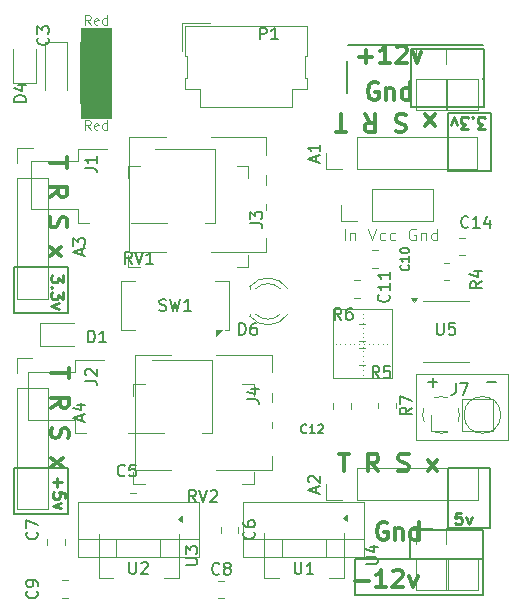
<source format=gbr>
%TF.GenerationSoftware,KiCad,Pcbnew,8.0.4*%
%TF.CreationDate,2024-08-25T20:22:04-07:00*%
%TF.ProjectId,Croissant_Protoboard,43726f69-7373-4616-9e74-5f50726f746f,rev?*%
%TF.SameCoordinates,Original*%
%TF.FileFunction,Legend,Top*%
%TF.FilePolarity,Positive*%
%FSLAX46Y46*%
G04 Gerber Fmt 4.6, Leading zero omitted, Abs format (unit mm)*
G04 Created by KiCad (PCBNEW 8.0.4) date 2024-08-25 20:22:04*
%MOMM*%
%LPD*%
G01*
G04 APERTURE LIST*
%ADD10C,0.200000*%
%ADD11C,0.100000*%
%ADD12C,0.250000*%
%ADD13C,0.300000*%
%ADD14C,0.150000*%
%ADD15C,0.120000*%
G04 APERTURE END LIST*
D10*
X76723201Y-47886045D02*
X88151852Y-47886045D01*
X48431598Y-83705189D02*
X52998300Y-83705189D01*
X52998300Y-87598641D01*
X48431598Y-87598641D01*
X48431598Y-83705189D01*
X82094221Y-48260000D02*
X88261872Y-48260000D01*
X88261872Y-53153452D01*
X82094221Y-53153452D01*
X82094221Y-48260000D01*
D11*
X80462576Y-73211516D02*
X80462576Y-73211516D01*
X80062576Y-73211516D02*
X80062576Y-73211516D01*
X79662576Y-73211516D02*
X79662576Y-73211516D01*
X79262576Y-73211516D02*
X79262576Y-73211516D01*
X78862576Y-73211516D02*
X78862576Y-73211516D01*
X78462576Y-73211516D02*
X78462576Y-73211516D01*
X78062576Y-73211516D02*
X78062576Y-73211516D01*
X77662576Y-73211516D02*
X77662576Y-73211516D01*
X77262576Y-73211516D02*
X77262576Y-73211516D01*
X76862576Y-73211516D02*
X76862576Y-73211516D01*
X76462576Y-73211516D02*
X76462576Y-73211516D01*
X76062576Y-73211516D02*
X76062576Y-73211516D01*
X75662576Y-73211516D02*
X75662576Y-73211516D01*
D10*
X88151852Y-50802983D02*
X88251852Y-50702983D01*
D11*
X75455949Y-70267306D02*
X80462576Y-70267306D01*
X80462576Y-76155726D01*
X75455949Y-76155726D01*
X75455949Y-70267306D01*
D10*
X85201602Y-53692885D02*
X88817175Y-53692885D01*
X88817175Y-58576748D01*
X85201602Y-58576748D01*
X85201602Y-53692885D01*
X81992349Y-88984244D02*
X88160000Y-88984244D01*
X88160000Y-91451713D01*
X81992349Y-91451713D01*
X81992349Y-88984244D01*
X77284110Y-91445000D02*
X88181761Y-91445000D01*
X88181761Y-94476702D01*
X77284110Y-94476702D01*
X77284110Y-91445000D01*
X48406178Y-66720279D02*
X52972880Y-66720279D01*
X52972880Y-70613731D01*
X48406178Y-70613731D01*
X48406178Y-66720279D01*
X85210326Y-83760000D02*
X88723831Y-83760000D01*
X88723831Y-88854466D01*
X85210326Y-88854466D01*
X85210326Y-83760000D01*
D11*
X77959263Y-70267306D02*
X77959263Y-70267306D01*
X77959263Y-70667306D02*
X77959263Y-70667306D01*
X77959263Y-71067306D02*
X77959263Y-71067306D01*
X77959263Y-71467306D02*
X77959263Y-71467306D01*
X77959263Y-71867306D02*
X77959263Y-71867306D01*
X77959263Y-72267306D02*
X77959263Y-72267306D01*
X77959263Y-72667306D02*
X77959263Y-72667306D01*
X77959263Y-73067306D02*
X77959263Y-73067306D01*
X77959262Y-73467306D02*
X77959262Y-73467306D01*
X77959262Y-73867306D02*
X77959262Y-73867306D01*
X77959262Y-74267306D02*
X77959262Y-74267306D01*
X77959262Y-74667306D02*
X77959262Y-74667306D01*
X77959262Y-75067306D02*
X77959262Y-75067306D01*
X77959262Y-75467306D02*
X77959262Y-75467306D01*
X77959262Y-75867306D02*
X77959262Y-75867306D01*
D10*
X76631925Y-51962115D02*
X76631925Y-49245177D01*
D11*
X76445673Y-64470578D02*
X76445673Y-63470578D01*
X76921863Y-63803911D02*
X76921863Y-64470578D01*
X76921863Y-63899149D02*
X76969482Y-63851530D01*
X76969482Y-63851530D02*
X77064720Y-63803911D01*
X77064720Y-63803911D02*
X77207577Y-63803911D01*
X77207577Y-63803911D02*
X77302815Y-63851530D01*
X77302815Y-63851530D02*
X77350434Y-63946768D01*
X77350434Y-63946768D02*
X77350434Y-64470578D01*
X78445673Y-63470578D02*
X78779006Y-64470578D01*
X78779006Y-64470578D02*
X79112339Y-63470578D01*
X79874244Y-64422959D02*
X79779006Y-64470578D01*
X79779006Y-64470578D02*
X79588530Y-64470578D01*
X79588530Y-64470578D02*
X79493292Y-64422959D01*
X79493292Y-64422959D02*
X79445673Y-64375339D01*
X79445673Y-64375339D02*
X79398054Y-64280101D01*
X79398054Y-64280101D02*
X79398054Y-63994387D01*
X79398054Y-63994387D02*
X79445673Y-63899149D01*
X79445673Y-63899149D02*
X79493292Y-63851530D01*
X79493292Y-63851530D02*
X79588530Y-63803911D01*
X79588530Y-63803911D02*
X79779006Y-63803911D01*
X79779006Y-63803911D02*
X79874244Y-63851530D01*
X80731387Y-64422959D02*
X80636149Y-64470578D01*
X80636149Y-64470578D02*
X80445673Y-64470578D01*
X80445673Y-64470578D02*
X80350435Y-64422959D01*
X80350435Y-64422959D02*
X80302816Y-64375339D01*
X80302816Y-64375339D02*
X80255197Y-64280101D01*
X80255197Y-64280101D02*
X80255197Y-63994387D01*
X80255197Y-63994387D02*
X80302816Y-63899149D01*
X80302816Y-63899149D02*
X80350435Y-63851530D01*
X80350435Y-63851530D02*
X80445673Y-63803911D01*
X80445673Y-63803911D02*
X80636149Y-63803911D01*
X80636149Y-63803911D02*
X80731387Y-63851530D01*
X82445673Y-63518197D02*
X82350435Y-63470578D01*
X82350435Y-63470578D02*
X82207578Y-63470578D01*
X82207578Y-63470578D02*
X82064721Y-63518197D01*
X82064721Y-63518197D02*
X81969483Y-63613435D01*
X81969483Y-63613435D02*
X81921864Y-63708673D01*
X81921864Y-63708673D02*
X81874245Y-63899149D01*
X81874245Y-63899149D02*
X81874245Y-64042006D01*
X81874245Y-64042006D02*
X81921864Y-64232482D01*
X81921864Y-64232482D02*
X81969483Y-64327720D01*
X81969483Y-64327720D02*
X82064721Y-64422959D01*
X82064721Y-64422959D02*
X82207578Y-64470578D01*
X82207578Y-64470578D02*
X82302816Y-64470578D01*
X82302816Y-64470578D02*
X82445673Y-64422959D01*
X82445673Y-64422959D02*
X82493292Y-64375339D01*
X82493292Y-64375339D02*
X82493292Y-64042006D01*
X82493292Y-64042006D02*
X82302816Y-64042006D01*
X82921864Y-63803911D02*
X82921864Y-64470578D01*
X82921864Y-63899149D02*
X82969483Y-63851530D01*
X82969483Y-63851530D02*
X83064721Y-63803911D01*
X83064721Y-63803911D02*
X83207578Y-63803911D01*
X83207578Y-63803911D02*
X83302816Y-63851530D01*
X83302816Y-63851530D02*
X83350435Y-63946768D01*
X83350435Y-63946768D02*
X83350435Y-64470578D01*
X84255197Y-64470578D02*
X84255197Y-63470578D01*
X84255197Y-64422959D02*
X84159959Y-64470578D01*
X84159959Y-64470578D02*
X83969483Y-64470578D01*
X83969483Y-64470578D02*
X83874245Y-64422959D01*
X83874245Y-64422959D02*
X83826626Y-64375339D01*
X83826626Y-64375339D02*
X83779007Y-64280101D01*
X83779007Y-64280101D02*
X83779007Y-63994387D01*
X83779007Y-63994387D02*
X83826626Y-63899149D01*
X83826626Y-63899149D02*
X83874245Y-63851530D01*
X83874245Y-63851530D02*
X83969483Y-63803911D01*
X83969483Y-63803911D02*
X84159959Y-63803911D01*
X84159959Y-63803911D02*
X84255197Y-63851530D01*
D12*
X52586418Y-67394715D02*
X52586418Y-68013762D01*
X52586418Y-68013762D02*
X52205466Y-67680429D01*
X52205466Y-67680429D02*
X52205466Y-67823286D01*
X52205466Y-67823286D02*
X52157847Y-67918524D01*
X52157847Y-67918524D02*
X52110228Y-67966143D01*
X52110228Y-67966143D02*
X52014990Y-68013762D01*
X52014990Y-68013762D02*
X51776895Y-68013762D01*
X51776895Y-68013762D02*
X51681657Y-67966143D01*
X51681657Y-67966143D02*
X51634038Y-67918524D01*
X51634038Y-67918524D02*
X51586418Y-67823286D01*
X51586418Y-67823286D02*
X51586418Y-67537572D01*
X51586418Y-67537572D02*
X51634038Y-67442334D01*
X51634038Y-67442334D02*
X51681657Y-67394715D01*
X51681657Y-68442334D02*
X51634038Y-68489953D01*
X51634038Y-68489953D02*
X51586418Y-68442334D01*
X51586418Y-68442334D02*
X51634038Y-68394715D01*
X51634038Y-68394715D02*
X51681657Y-68442334D01*
X51681657Y-68442334D02*
X51586418Y-68442334D01*
X52586418Y-68823286D02*
X52586418Y-69442333D01*
X52586418Y-69442333D02*
X52205466Y-69109000D01*
X52205466Y-69109000D02*
X52205466Y-69251857D01*
X52205466Y-69251857D02*
X52157847Y-69347095D01*
X52157847Y-69347095D02*
X52110228Y-69394714D01*
X52110228Y-69394714D02*
X52014990Y-69442333D01*
X52014990Y-69442333D02*
X51776895Y-69442333D01*
X51776895Y-69442333D02*
X51681657Y-69394714D01*
X51681657Y-69394714D02*
X51634038Y-69347095D01*
X51634038Y-69347095D02*
X51586418Y-69251857D01*
X51586418Y-69251857D02*
X51586418Y-68966143D01*
X51586418Y-68966143D02*
X51634038Y-68870905D01*
X51634038Y-68870905D02*
X51681657Y-68823286D01*
X52253085Y-69775667D02*
X51586418Y-70013762D01*
X51586418Y-70013762D02*
X52253085Y-70251857D01*
D13*
X84046810Y-53803780D02*
X83261096Y-54803780D01*
X84046810Y-54803780D02*
X83261096Y-53803780D01*
X81618238Y-53875209D02*
X81403953Y-53803780D01*
X81403953Y-53803780D02*
X81046810Y-53803780D01*
X81046810Y-53803780D02*
X80903953Y-53875209D01*
X80903953Y-53875209D02*
X80832524Y-53946637D01*
X80832524Y-53946637D02*
X80761095Y-54089494D01*
X80761095Y-54089494D02*
X80761095Y-54232351D01*
X80761095Y-54232351D02*
X80832524Y-54375209D01*
X80832524Y-54375209D02*
X80903953Y-54446637D01*
X80903953Y-54446637D02*
X81046810Y-54518066D01*
X81046810Y-54518066D02*
X81332524Y-54589494D01*
X81332524Y-54589494D02*
X81475381Y-54660923D01*
X81475381Y-54660923D02*
X81546810Y-54732351D01*
X81546810Y-54732351D02*
X81618238Y-54875209D01*
X81618238Y-54875209D02*
X81618238Y-55018066D01*
X81618238Y-55018066D02*
X81546810Y-55160923D01*
X81546810Y-55160923D02*
X81475381Y-55232351D01*
X81475381Y-55232351D02*
X81332524Y-55303780D01*
X81332524Y-55303780D02*
X80975381Y-55303780D01*
X80975381Y-55303780D02*
X80761095Y-55232351D01*
X78118239Y-53803780D02*
X78618239Y-54518066D01*
X78975382Y-53803780D02*
X78975382Y-55303780D01*
X78975382Y-55303780D02*
X78403953Y-55303780D01*
X78403953Y-55303780D02*
X78261096Y-55232351D01*
X78261096Y-55232351D02*
X78189667Y-55160923D01*
X78189667Y-55160923D02*
X78118239Y-55018066D01*
X78118239Y-55018066D02*
X78118239Y-54803780D01*
X78118239Y-54803780D02*
X78189667Y-54660923D01*
X78189667Y-54660923D02*
X78261096Y-54589494D01*
X78261096Y-54589494D02*
X78403953Y-54518066D01*
X78403953Y-54518066D02*
X78975382Y-54518066D01*
X76546810Y-55303780D02*
X75689668Y-55303780D01*
X76118239Y-53803780D02*
X76118239Y-55303780D01*
X77632712Y-48911986D02*
X78775570Y-48911986D01*
X78204141Y-49483414D02*
X78204141Y-48340557D01*
X80275570Y-49483414D02*
X79418427Y-49483414D01*
X79846998Y-49483414D02*
X79846998Y-47983414D01*
X79846998Y-47983414D02*
X79704141Y-48197700D01*
X79704141Y-48197700D02*
X79561284Y-48340557D01*
X79561284Y-48340557D02*
X79418427Y-48411986D01*
X80846998Y-48126271D02*
X80918426Y-48054843D01*
X80918426Y-48054843D02*
X81061284Y-47983414D01*
X81061284Y-47983414D02*
X81418426Y-47983414D01*
X81418426Y-47983414D02*
X81561284Y-48054843D01*
X81561284Y-48054843D02*
X81632712Y-48126271D01*
X81632712Y-48126271D02*
X81704141Y-48269128D01*
X81704141Y-48269128D02*
X81704141Y-48411986D01*
X81704141Y-48411986D02*
X81632712Y-48626271D01*
X81632712Y-48626271D02*
X80775569Y-49483414D01*
X80775569Y-49483414D02*
X81704141Y-49483414D01*
X82204140Y-48483414D02*
X82561283Y-49483414D01*
X82561283Y-49483414D02*
X82918426Y-48483414D01*
X80004966Y-88406672D02*
X79862109Y-88335243D01*
X79862109Y-88335243D02*
X79647823Y-88335243D01*
X79647823Y-88335243D02*
X79433537Y-88406672D01*
X79433537Y-88406672D02*
X79290680Y-88549529D01*
X79290680Y-88549529D02*
X79219251Y-88692386D01*
X79219251Y-88692386D02*
X79147823Y-88978100D01*
X79147823Y-88978100D02*
X79147823Y-89192386D01*
X79147823Y-89192386D02*
X79219251Y-89478100D01*
X79219251Y-89478100D02*
X79290680Y-89620957D01*
X79290680Y-89620957D02*
X79433537Y-89763815D01*
X79433537Y-89763815D02*
X79647823Y-89835243D01*
X79647823Y-89835243D02*
X79790680Y-89835243D01*
X79790680Y-89835243D02*
X80004966Y-89763815D01*
X80004966Y-89763815D02*
X80076394Y-89692386D01*
X80076394Y-89692386D02*
X80076394Y-89192386D01*
X80076394Y-89192386D02*
X79790680Y-89192386D01*
X80719251Y-88835243D02*
X80719251Y-89835243D01*
X80719251Y-88978100D02*
X80790680Y-88906672D01*
X80790680Y-88906672D02*
X80933537Y-88835243D01*
X80933537Y-88835243D02*
X81147823Y-88835243D01*
X81147823Y-88835243D02*
X81290680Y-88906672D01*
X81290680Y-88906672D02*
X81362109Y-89049529D01*
X81362109Y-89049529D02*
X81362109Y-89835243D01*
X82719252Y-89835243D02*
X82719252Y-88335243D01*
X82719252Y-89763815D02*
X82576394Y-89835243D01*
X82576394Y-89835243D02*
X82290680Y-89835243D01*
X82290680Y-89835243D02*
X82147823Y-89763815D01*
X82147823Y-89763815D02*
X82076394Y-89692386D01*
X82076394Y-89692386D02*
X82004966Y-89549529D01*
X82004966Y-89549529D02*
X82004966Y-89120957D01*
X82004966Y-89120957D02*
X82076394Y-88978100D01*
X82076394Y-88978100D02*
X82147823Y-88906672D01*
X82147823Y-88906672D02*
X82290680Y-88835243D01*
X82290680Y-88835243D02*
X82576394Y-88835243D01*
X82576394Y-88835243D02*
X82719252Y-88906672D01*
X77319832Y-93276302D02*
X78462690Y-93276302D01*
X79962690Y-93847730D02*
X79105547Y-93847730D01*
X79534118Y-93847730D02*
X79534118Y-92347730D01*
X79534118Y-92347730D02*
X79391261Y-92562016D01*
X79391261Y-92562016D02*
X79248404Y-92704873D01*
X79248404Y-92704873D02*
X79105547Y-92776302D01*
X80534118Y-92490587D02*
X80605546Y-92419159D01*
X80605546Y-92419159D02*
X80748404Y-92347730D01*
X80748404Y-92347730D02*
X81105546Y-92347730D01*
X81105546Y-92347730D02*
X81248404Y-92419159D01*
X81248404Y-92419159D02*
X81319832Y-92490587D01*
X81319832Y-92490587D02*
X81391261Y-92633444D01*
X81391261Y-92633444D02*
X81391261Y-92776302D01*
X81391261Y-92776302D02*
X81319832Y-92990587D01*
X81319832Y-92990587D02*
X80462689Y-93847730D01*
X80462689Y-93847730D02*
X81391261Y-93847730D01*
X81891260Y-92847730D02*
X82248403Y-93847730D01*
X82248403Y-93847730D02*
X82605546Y-92847730D01*
X52957638Y-57444219D02*
X52957638Y-58301362D01*
X51457638Y-57872790D02*
X52957638Y-57872790D01*
X51457638Y-60801361D02*
X52171924Y-60301361D01*
X51457638Y-59944218D02*
X52957638Y-59944218D01*
X52957638Y-59944218D02*
X52957638Y-60515647D01*
X52957638Y-60515647D02*
X52886209Y-60658504D01*
X52886209Y-60658504D02*
X52814781Y-60729933D01*
X52814781Y-60729933D02*
X52671924Y-60801361D01*
X52671924Y-60801361D02*
X52457638Y-60801361D01*
X52457638Y-60801361D02*
X52314781Y-60729933D01*
X52314781Y-60729933D02*
X52243352Y-60658504D01*
X52243352Y-60658504D02*
X52171924Y-60515647D01*
X52171924Y-60515647D02*
X52171924Y-59944218D01*
X51529067Y-62515647D02*
X51457638Y-62729933D01*
X51457638Y-62729933D02*
X51457638Y-63087075D01*
X51457638Y-63087075D02*
X51529067Y-63229933D01*
X51529067Y-63229933D02*
X51600495Y-63301361D01*
X51600495Y-63301361D02*
X51743352Y-63372790D01*
X51743352Y-63372790D02*
X51886209Y-63372790D01*
X51886209Y-63372790D02*
X52029067Y-63301361D01*
X52029067Y-63301361D02*
X52100495Y-63229933D01*
X52100495Y-63229933D02*
X52171924Y-63087075D01*
X52171924Y-63087075D02*
X52243352Y-62801361D01*
X52243352Y-62801361D02*
X52314781Y-62658504D01*
X52314781Y-62658504D02*
X52386209Y-62587075D01*
X52386209Y-62587075D02*
X52529067Y-62515647D01*
X52529067Y-62515647D02*
X52671924Y-62515647D01*
X52671924Y-62515647D02*
X52814781Y-62587075D01*
X52814781Y-62587075D02*
X52886209Y-62658504D01*
X52886209Y-62658504D02*
X52957638Y-62801361D01*
X52957638Y-62801361D02*
X52957638Y-63158504D01*
X52957638Y-63158504D02*
X52886209Y-63372790D01*
X51457638Y-65015646D02*
X52457638Y-65801361D01*
X52457638Y-65015646D02*
X51457638Y-65801361D01*
D12*
X86328861Y-87517168D02*
X85852671Y-87517168D01*
X85852671Y-87517168D02*
X85805052Y-87993358D01*
X85805052Y-87993358D02*
X85852671Y-87945739D01*
X85852671Y-87945739D02*
X85947909Y-87898120D01*
X85947909Y-87898120D02*
X86186004Y-87898120D01*
X86186004Y-87898120D02*
X86281242Y-87945739D01*
X86281242Y-87945739D02*
X86328861Y-87993358D01*
X86328861Y-87993358D02*
X86376480Y-88088596D01*
X86376480Y-88088596D02*
X86376480Y-88326691D01*
X86376480Y-88326691D02*
X86328861Y-88421929D01*
X86328861Y-88421929D02*
X86281242Y-88469549D01*
X86281242Y-88469549D02*
X86186004Y-88517168D01*
X86186004Y-88517168D02*
X85947909Y-88517168D01*
X85947909Y-88517168D02*
X85852671Y-88469549D01*
X85852671Y-88469549D02*
X85805052Y-88421929D01*
X86709814Y-87850501D02*
X86947909Y-88517168D01*
X86947909Y-88517168D02*
X87186004Y-87850501D01*
D14*
X83520355Y-76488866D02*
X84282260Y-76488866D01*
X83901307Y-76869819D02*
X83901307Y-76107914D01*
D13*
X53092249Y-75296988D02*
X53092249Y-76154131D01*
X51592249Y-75725559D02*
X53092249Y-75725559D01*
X51592249Y-78654130D02*
X52306535Y-78154130D01*
X51592249Y-77796987D02*
X53092249Y-77796987D01*
X53092249Y-77796987D02*
X53092249Y-78368416D01*
X53092249Y-78368416D02*
X53020820Y-78511273D01*
X53020820Y-78511273D02*
X52949392Y-78582702D01*
X52949392Y-78582702D02*
X52806535Y-78654130D01*
X52806535Y-78654130D02*
X52592249Y-78654130D01*
X52592249Y-78654130D02*
X52449392Y-78582702D01*
X52449392Y-78582702D02*
X52377963Y-78511273D01*
X52377963Y-78511273D02*
X52306535Y-78368416D01*
X52306535Y-78368416D02*
X52306535Y-77796987D01*
X51663678Y-80368416D02*
X51592249Y-80582702D01*
X51592249Y-80582702D02*
X51592249Y-80939844D01*
X51592249Y-80939844D02*
X51663678Y-81082702D01*
X51663678Y-81082702D02*
X51735106Y-81154130D01*
X51735106Y-81154130D02*
X51877963Y-81225559D01*
X51877963Y-81225559D02*
X52020820Y-81225559D01*
X52020820Y-81225559D02*
X52163678Y-81154130D01*
X52163678Y-81154130D02*
X52235106Y-81082702D01*
X52235106Y-81082702D02*
X52306535Y-80939844D01*
X52306535Y-80939844D02*
X52377963Y-80654130D01*
X52377963Y-80654130D02*
X52449392Y-80511273D01*
X52449392Y-80511273D02*
X52520820Y-80439844D01*
X52520820Y-80439844D02*
X52663678Y-80368416D01*
X52663678Y-80368416D02*
X52806535Y-80368416D01*
X52806535Y-80368416D02*
X52949392Y-80439844D01*
X52949392Y-80439844D02*
X53020820Y-80511273D01*
X53020820Y-80511273D02*
X53092249Y-80654130D01*
X53092249Y-80654130D02*
X53092249Y-81011273D01*
X53092249Y-81011273D02*
X53020820Y-81225559D01*
X51592249Y-82868415D02*
X52592249Y-83654130D01*
X52592249Y-82868415D02*
X51592249Y-83654130D01*
X79250037Y-51158601D02*
X79107180Y-51087172D01*
X79107180Y-51087172D02*
X78892894Y-51087172D01*
X78892894Y-51087172D02*
X78678608Y-51158601D01*
X78678608Y-51158601D02*
X78535751Y-51301458D01*
X78535751Y-51301458D02*
X78464322Y-51444315D01*
X78464322Y-51444315D02*
X78392894Y-51730029D01*
X78392894Y-51730029D02*
X78392894Y-51944315D01*
X78392894Y-51944315D02*
X78464322Y-52230029D01*
X78464322Y-52230029D02*
X78535751Y-52372886D01*
X78535751Y-52372886D02*
X78678608Y-52515744D01*
X78678608Y-52515744D02*
X78892894Y-52587172D01*
X78892894Y-52587172D02*
X79035751Y-52587172D01*
X79035751Y-52587172D02*
X79250037Y-52515744D01*
X79250037Y-52515744D02*
X79321465Y-52444315D01*
X79321465Y-52444315D02*
X79321465Y-51944315D01*
X79321465Y-51944315D02*
X79035751Y-51944315D01*
X79964322Y-51587172D02*
X79964322Y-52587172D01*
X79964322Y-51730029D02*
X80035751Y-51658601D01*
X80035751Y-51658601D02*
X80178608Y-51587172D01*
X80178608Y-51587172D02*
X80392894Y-51587172D01*
X80392894Y-51587172D02*
X80535751Y-51658601D01*
X80535751Y-51658601D02*
X80607180Y-51801458D01*
X80607180Y-51801458D02*
X80607180Y-52587172D01*
X81964323Y-52587172D02*
X81964323Y-51087172D01*
X81964323Y-52515744D02*
X81821465Y-52587172D01*
X81821465Y-52587172D02*
X81535751Y-52587172D01*
X81535751Y-52587172D02*
X81392894Y-52515744D01*
X81392894Y-52515744D02*
X81321465Y-52444315D01*
X81321465Y-52444315D02*
X81250037Y-52301458D01*
X81250037Y-52301458D02*
X81250037Y-51872886D01*
X81250037Y-51872886D02*
X81321465Y-51730029D01*
X81321465Y-51730029D02*
X81392894Y-51658601D01*
X81392894Y-51658601D02*
X81535751Y-51587172D01*
X81535751Y-51587172D02*
X81821465Y-51587172D01*
X81821465Y-51587172D02*
X81964323Y-51658601D01*
D14*
X88520355Y-76488866D02*
X89282260Y-76488866D01*
D12*
X52099879Y-84583472D02*
X52099879Y-85345377D01*
X51718926Y-84964424D02*
X52480831Y-84964424D01*
X52718926Y-86297757D02*
X52718926Y-85821567D01*
X52718926Y-85821567D02*
X52242736Y-85773948D01*
X52242736Y-85773948D02*
X52290355Y-85821567D01*
X52290355Y-85821567D02*
X52337974Y-85916805D01*
X52337974Y-85916805D02*
X52337974Y-86154900D01*
X52337974Y-86154900D02*
X52290355Y-86250138D01*
X52290355Y-86250138D02*
X52242736Y-86297757D01*
X52242736Y-86297757D02*
X52147498Y-86345376D01*
X52147498Y-86345376D02*
X51909403Y-86345376D01*
X51909403Y-86345376D02*
X51814165Y-86297757D01*
X51814165Y-86297757D02*
X51766546Y-86250138D01*
X51766546Y-86250138D02*
X51718926Y-86154900D01*
X51718926Y-86154900D02*
X51718926Y-85916805D01*
X51718926Y-85916805D02*
X51766546Y-85821567D01*
X51766546Y-85821567D02*
X51814165Y-85773948D01*
X52385593Y-86678710D02*
X51718926Y-86916805D01*
X51718926Y-86916805D02*
X52385593Y-87154900D01*
D13*
X75923061Y-82521579D02*
X76780204Y-82521579D01*
X76351632Y-84021579D02*
X76351632Y-82521579D01*
X79280203Y-84021579D02*
X78780203Y-83307293D01*
X78423060Y-84021579D02*
X78423060Y-82521579D01*
X78423060Y-82521579D02*
X78994489Y-82521579D01*
X78994489Y-82521579D02*
X79137346Y-82593008D01*
X79137346Y-82593008D02*
X79208775Y-82664436D01*
X79208775Y-82664436D02*
X79280203Y-82807293D01*
X79280203Y-82807293D02*
X79280203Y-83021579D01*
X79280203Y-83021579D02*
X79208775Y-83164436D01*
X79208775Y-83164436D02*
X79137346Y-83235865D01*
X79137346Y-83235865D02*
X78994489Y-83307293D01*
X78994489Y-83307293D02*
X78423060Y-83307293D01*
X80994489Y-83950151D02*
X81208775Y-84021579D01*
X81208775Y-84021579D02*
X81565917Y-84021579D01*
X81565917Y-84021579D02*
X81708775Y-83950151D01*
X81708775Y-83950151D02*
X81780203Y-83878722D01*
X81780203Y-83878722D02*
X81851632Y-83735865D01*
X81851632Y-83735865D02*
X81851632Y-83593008D01*
X81851632Y-83593008D02*
X81780203Y-83450151D01*
X81780203Y-83450151D02*
X81708775Y-83378722D01*
X81708775Y-83378722D02*
X81565917Y-83307293D01*
X81565917Y-83307293D02*
X81280203Y-83235865D01*
X81280203Y-83235865D02*
X81137346Y-83164436D01*
X81137346Y-83164436D02*
X81065917Y-83093008D01*
X81065917Y-83093008D02*
X80994489Y-82950151D01*
X80994489Y-82950151D02*
X80994489Y-82807293D01*
X80994489Y-82807293D02*
X81065917Y-82664436D01*
X81065917Y-82664436D02*
X81137346Y-82593008D01*
X81137346Y-82593008D02*
X81280203Y-82521579D01*
X81280203Y-82521579D02*
X81637346Y-82521579D01*
X81637346Y-82521579D02*
X81851632Y-82593008D01*
X83494488Y-84021579D02*
X84280203Y-83021579D01*
X83494488Y-83021579D02*
X84280203Y-84021579D01*
D12*
X88320547Y-54998632D02*
X87701500Y-54998632D01*
X87701500Y-54998632D02*
X88034833Y-54617680D01*
X88034833Y-54617680D02*
X87891976Y-54617680D01*
X87891976Y-54617680D02*
X87796738Y-54570061D01*
X87796738Y-54570061D02*
X87749119Y-54522442D01*
X87749119Y-54522442D02*
X87701500Y-54427204D01*
X87701500Y-54427204D02*
X87701500Y-54189109D01*
X87701500Y-54189109D02*
X87749119Y-54093871D01*
X87749119Y-54093871D02*
X87796738Y-54046252D01*
X87796738Y-54046252D02*
X87891976Y-53998632D01*
X87891976Y-53998632D02*
X88177690Y-53998632D01*
X88177690Y-53998632D02*
X88272928Y-54046252D01*
X88272928Y-54046252D02*
X88320547Y-54093871D01*
X87272928Y-54093871D02*
X87225309Y-54046252D01*
X87225309Y-54046252D02*
X87272928Y-53998632D01*
X87272928Y-53998632D02*
X87320547Y-54046252D01*
X87320547Y-54046252D02*
X87272928Y-54093871D01*
X87272928Y-54093871D02*
X87272928Y-53998632D01*
X86891976Y-54998632D02*
X86272929Y-54998632D01*
X86272929Y-54998632D02*
X86606262Y-54617680D01*
X86606262Y-54617680D02*
X86463405Y-54617680D01*
X86463405Y-54617680D02*
X86368167Y-54570061D01*
X86368167Y-54570061D02*
X86320548Y-54522442D01*
X86320548Y-54522442D02*
X86272929Y-54427204D01*
X86272929Y-54427204D02*
X86272929Y-54189109D01*
X86272929Y-54189109D02*
X86320548Y-54093871D01*
X86320548Y-54093871D02*
X86368167Y-54046252D01*
X86368167Y-54046252D02*
X86463405Y-53998632D01*
X86463405Y-53998632D02*
X86749119Y-53998632D01*
X86749119Y-53998632D02*
X86844357Y-54046252D01*
X86844357Y-54046252D02*
X86891976Y-54093871D01*
X85939595Y-54665299D02*
X85701500Y-53998632D01*
X85701500Y-53998632D02*
X85463405Y-54665299D01*
D14*
X81827654Y-66541738D02*
X81863369Y-66577452D01*
X81863369Y-66577452D02*
X81899083Y-66684595D01*
X81899083Y-66684595D02*
X81899083Y-66756023D01*
X81899083Y-66756023D02*
X81863369Y-66863166D01*
X81863369Y-66863166D02*
X81791940Y-66934595D01*
X81791940Y-66934595D02*
X81720511Y-66970309D01*
X81720511Y-66970309D02*
X81577654Y-67006023D01*
X81577654Y-67006023D02*
X81470511Y-67006023D01*
X81470511Y-67006023D02*
X81327654Y-66970309D01*
X81327654Y-66970309D02*
X81256226Y-66934595D01*
X81256226Y-66934595D02*
X81184797Y-66863166D01*
X81184797Y-66863166D02*
X81149083Y-66756023D01*
X81149083Y-66756023D02*
X81149083Y-66684595D01*
X81149083Y-66684595D02*
X81184797Y-66577452D01*
X81184797Y-66577452D02*
X81220511Y-66541738D01*
X81899083Y-65827452D02*
X81899083Y-66256023D01*
X81899083Y-66041738D02*
X81149083Y-66041738D01*
X81149083Y-66041738D02*
X81256226Y-66113166D01*
X81256226Y-66113166D02*
X81327654Y-66184595D01*
X81327654Y-66184595D02*
X81363369Y-66256023D01*
X81149083Y-65363166D02*
X81149083Y-65291737D01*
X81149083Y-65291737D02*
X81184797Y-65220309D01*
X81184797Y-65220309D02*
X81220511Y-65184595D01*
X81220511Y-65184595D02*
X81291940Y-65148880D01*
X81291940Y-65148880D02*
X81434797Y-65113166D01*
X81434797Y-65113166D02*
X81613369Y-65113166D01*
X81613369Y-65113166D02*
X81756226Y-65148880D01*
X81756226Y-65148880D02*
X81827654Y-65184595D01*
X81827654Y-65184595D02*
X81863369Y-65220309D01*
X81863369Y-65220309D02*
X81899083Y-65291737D01*
X81899083Y-65291737D02*
X81899083Y-65363166D01*
X81899083Y-65363166D02*
X81863369Y-65434595D01*
X81863369Y-65434595D02*
X81827654Y-65470309D01*
X81827654Y-65470309D02*
X81756226Y-65506023D01*
X81756226Y-65506023D02*
X81613369Y-65541737D01*
X81613369Y-65541737D02*
X81434797Y-65541737D01*
X81434797Y-65541737D02*
X81291940Y-65506023D01*
X81291940Y-65506023D02*
X81220511Y-65470309D01*
X81220511Y-65470309D02*
X81184797Y-65434595D01*
X81184797Y-65434595D02*
X81149083Y-65363166D01*
D11*
X54922857Y-46189895D02*
X54656190Y-45808942D01*
X54465714Y-46189895D02*
X54465714Y-45389895D01*
X54465714Y-45389895D02*
X54770476Y-45389895D01*
X54770476Y-45389895D02*
X54846666Y-45427990D01*
X54846666Y-45427990D02*
X54884761Y-45466085D01*
X54884761Y-45466085D02*
X54922857Y-45542276D01*
X54922857Y-45542276D02*
X54922857Y-45656561D01*
X54922857Y-45656561D02*
X54884761Y-45732752D01*
X54884761Y-45732752D02*
X54846666Y-45770847D01*
X54846666Y-45770847D02*
X54770476Y-45808942D01*
X54770476Y-45808942D02*
X54465714Y-45808942D01*
X55570476Y-46151800D02*
X55494285Y-46189895D01*
X55494285Y-46189895D02*
X55341904Y-46189895D01*
X55341904Y-46189895D02*
X55265714Y-46151800D01*
X55265714Y-46151800D02*
X55227618Y-46075609D01*
X55227618Y-46075609D02*
X55227618Y-45770847D01*
X55227618Y-45770847D02*
X55265714Y-45694657D01*
X55265714Y-45694657D02*
X55341904Y-45656561D01*
X55341904Y-45656561D02*
X55494285Y-45656561D01*
X55494285Y-45656561D02*
X55570476Y-45694657D01*
X55570476Y-45694657D02*
X55608571Y-45770847D01*
X55608571Y-45770847D02*
X55608571Y-45847038D01*
X55608571Y-45847038D02*
X55227618Y-45923228D01*
X56294285Y-46189895D02*
X56294285Y-45389895D01*
X56294285Y-46151800D02*
X56218094Y-46189895D01*
X56218094Y-46189895D02*
X56065713Y-46189895D01*
X56065713Y-46189895D02*
X55989523Y-46151800D01*
X55989523Y-46151800D02*
X55951428Y-46113704D01*
X55951428Y-46113704D02*
X55913332Y-46037514D01*
X55913332Y-46037514D02*
X55913332Y-45808942D01*
X55913332Y-45808942D02*
X55951428Y-45732752D01*
X55951428Y-45732752D02*
X55989523Y-45694657D01*
X55989523Y-45694657D02*
X56065713Y-45656561D01*
X56065713Y-45656561D02*
X56218094Y-45656561D01*
X56218094Y-45656561D02*
X56294285Y-45694657D01*
X54922857Y-55079895D02*
X54656190Y-54698942D01*
X54465714Y-55079895D02*
X54465714Y-54279895D01*
X54465714Y-54279895D02*
X54770476Y-54279895D01*
X54770476Y-54279895D02*
X54846666Y-54317990D01*
X54846666Y-54317990D02*
X54884761Y-54356085D01*
X54884761Y-54356085D02*
X54922857Y-54432276D01*
X54922857Y-54432276D02*
X54922857Y-54546561D01*
X54922857Y-54546561D02*
X54884761Y-54622752D01*
X54884761Y-54622752D02*
X54846666Y-54660847D01*
X54846666Y-54660847D02*
X54770476Y-54698942D01*
X54770476Y-54698942D02*
X54465714Y-54698942D01*
X55570476Y-55041800D02*
X55494285Y-55079895D01*
X55494285Y-55079895D02*
X55341904Y-55079895D01*
X55341904Y-55079895D02*
X55265714Y-55041800D01*
X55265714Y-55041800D02*
X55227618Y-54965609D01*
X55227618Y-54965609D02*
X55227618Y-54660847D01*
X55227618Y-54660847D02*
X55265714Y-54584657D01*
X55265714Y-54584657D02*
X55341904Y-54546561D01*
X55341904Y-54546561D02*
X55494285Y-54546561D01*
X55494285Y-54546561D02*
X55570476Y-54584657D01*
X55570476Y-54584657D02*
X55608571Y-54660847D01*
X55608571Y-54660847D02*
X55608571Y-54737038D01*
X55608571Y-54737038D02*
X55227618Y-54813228D01*
X56294285Y-55079895D02*
X56294285Y-54279895D01*
X56294285Y-55041800D02*
X56218094Y-55079895D01*
X56218094Y-55079895D02*
X56065713Y-55079895D01*
X56065713Y-55079895D02*
X55989523Y-55041800D01*
X55989523Y-55041800D02*
X55951428Y-55003704D01*
X55951428Y-55003704D02*
X55913332Y-54927514D01*
X55913332Y-54927514D02*
X55913332Y-54698942D01*
X55913332Y-54698942D02*
X55951428Y-54622752D01*
X55951428Y-54622752D02*
X55989523Y-54584657D01*
X55989523Y-54584657D02*
X56065713Y-54546561D01*
X56065713Y-54546561D02*
X56218094Y-54546561D01*
X56218094Y-54546561D02*
X56294285Y-54584657D01*
D14*
X57833333Y-84359580D02*
X57785714Y-84407200D01*
X57785714Y-84407200D02*
X57642857Y-84454819D01*
X57642857Y-84454819D02*
X57547619Y-84454819D01*
X57547619Y-84454819D02*
X57404762Y-84407200D01*
X57404762Y-84407200D02*
X57309524Y-84311961D01*
X57309524Y-84311961D02*
X57261905Y-84216723D01*
X57261905Y-84216723D02*
X57214286Y-84026247D01*
X57214286Y-84026247D02*
X57214286Y-83883390D01*
X57214286Y-83883390D02*
X57261905Y-83692914D01*
X57261905Y-83692914D02*
X57309524Y-83597676D01*
X57309524Y-83597676D02*
X57404762Y-83502438D01*
X57404762Y-83502438D02*
X57547619Y-83454819D01*
X57547619Y-83454819D02*
X57642857Y-83454819D01*
X57642857Y-83454819D02*
X57785714Y-83502438D01*
X57785714Y-83502438D02*
X57833333Y-83550057D01*
X58738095Y-83454819D02*
X58261905Y-83454819D01*
X58261905Y-83454819D02*
X58214286Y-83931009D01*
X58214286Y-83931009D02*
X58261905Y-83883390D01*
X58261905Y-83883390D02*
X58357143Y-83835771D01*
X58357143Y-83835771D02*
X58595238Y-83835771D01*
X58595238Y-83835771D02*
X58690476Y-83883390D01*
X58690476Y-83883390D02*
X58738095Y-83931009D01*
X58738095Y-83931009D02*
X58785714Y-84026247D01*
X58785714Y-84026247D02*
X58785714Y-84264342D01*
X58785714Y-84264342D02*
X58738095Y-84359580D01*
X58738095Y-84359580D02*
X58690476Y-84407200D01*
X58690476Y-84407200D02*
X58595238Y-84454819D01*
X58595238Y-84454819D02*
X58357143Y-84454819D01*
X58357143Y-84454819D02*
X58261905Y-84407200D01*
X58261905Y-84407200D02*
X58214286Y-84359580D01*
X76161278Y-71187516D02*
X75827945Y-70711325D01*
X75589850Y-71187516D02*
X75589850Y-70187516D01*
X75589850Y-70187516D02*
X75970802Y-70187516D01*
X75970802Y-70187516D02*
X76066040Y-70235135D01*
X76066040Y-70235135D02*
X76113659Y-70282754D01*
X76113659Y-70282754D02*
X76161278Y-70377992D01*
X76161278Y-70377992D02*
X76161278Y-70520849D01*
X76161278Y-70520849D02*
X76113659Y-70616087D01*
X76113659Y-70616087D02*
X76066040Y-70663706D01*
X76066040Y-70663706D02*
X75970802Y-70711325D01*
X75970802Y-70711325D02*
X75589850Y-70711325D01*
X77018421Y-70187516D02*
X76827945Y-70187516D01*
X76827945Y-70187516D02*
X76732707Y-70235135D01*
X76732707Y-70235135D02*
X76685088Y-70282754D01*
X76685088Y-70282754D02*
X76589850Y-70425611D01*
X76589850Y-70425611D02*
X76542231Y-70616087D01*
X76542231Y-70616087D02*
X76542231Y-70997039D01*
X76542231Y-70997039D02*
X76589850Y-71092277D01*
X76589850Y-71092277D02*
X76637469Y-71139897D01*
X76637469Y-71139897D02*
X76732707Y-71187516D01*
X76732707Y-71187516D02*
X76923183Y-71187516D01*
X76923183Y-71187516D02*
X77018421Y-71139897D01*
X77018421Y-71139897D02*
X77066040Y-71092277D01*
X77066040Y-71092277D02*
X77113659Y-70997039D01*
X77113659Y-70997039D02*
X77113659Y-70758944D01*
X77113659Y-70758944D02*
X77066040Y-70663706D01*
X77066040Y-70663706D02*
X77018421Y-70616087D01*
X77018421Y-70616087D02*
X76923183Y-70568468D01*
X76923183Y-70568468D02*
X76732707Y-70568468D01*
X76732707Y-70568468D02*
X76637469Y-70616087D01*
X76637469Y-70616087D02*
X76589850Y-70663706D01*
X76589850Y-70663706D02*
X76542231Y-70758944D01*
X86903458Y-63317212D02*
X86855839Y-63364832D01*
X86855839Y-63364832D02*
X86712982Y-63412451D01*
X86712982Y-63412451D02*
X86617744Y-63412451D01*
X86617744Y-63412451D02*
X86474887Y-63364832D01*
X86474887Y-63364832D02*
X86379649Y-63269593D01*
X86379649Y-63269593D02*
X86332030Y-63174355D01*
X86332030Y-63174355D02*
X86284411Y-62983879D01*
X86284411Y-62983879D02*
X86284411Y-62841022D01*
X86284411Y-62841022D02*
X86332030Y-62650546D01*
X86332030Y-62650546D02*
X86379649Y-62555308D01*
X86379649Y-62555308D02*
X86474887Y-62460070D01*
X86474887Y-62460070D02*
X86617744Y-62412451D01*
X86617744Y-62412451D02*
X86712982Y-62412451D01*
X86712982Y-62412451D02*
X86855839Y-62460070D01*
X86855839Y-62460070D02*
X86903458Y-62507689D01*
X87855839Y-63412451D02*
X87284411Y-63412451D01*
X87570125Y-63412451D02*
X87570125Y-62412451D01*
X87570125Y-62412451D02*
X87474887Y-62555308D01*
X87474887Y-62555308D02*
X87379649Y-62650546D01*
X87379649Y-62650546D02*
X87284411Y-62698165D01*
X88712982Y-62745784D02*
X88712982Y-63412451D01*
X88474887Y-62364832D02*
X88236792Y-63079117D01*
X88236792Y-63079117D02*
X88855839Y-63079117D01*
X67498168Y-72481426D02*
X67498168Y-71481426D01*
X67498168Y-71481426D02*
X67736263Y-71481426D01*
X67736263Y-71481426D02*
X67879120Y-71529045D01*
X67879120Y-71529045D02*
X67974358Y-71624283D01*
X67974358Y-71624283D02*
X68021977Y-71719521D01*
X68021977Y-71719521D02*
X68069596Y-71909997D01*
X68069596Y-71909997D02*
X68069596Y-72052854D01*
X68069596Y-72052854D02*
X68021977Y-72243330D01*
X68021977Y-72243330D02*
X67974358Y-72338568D01*
X67974358Y-72338568D02*
X67879120Y-72433807D01*
X67879120Y-72433807D02*
X67736263Y-72481426D01*
X67736263Y-72481426D02*
X67498168Y-72481426D01*
X68926739Y-71481426D02*
X68736263Y-71481426D01*
X68736263Y-71481426D02*
X68641025Y-71529045D01*
X68641025Y-71529045D02*
X68593406Y-71576664D01*
X68593406Y-71576664D02*
X68498168Y-71719521D01*
X68498168Y-71719521D02*
X68450549Y-71909997D01*
X68450549Y-71909997D02*
X68450549Y-72290949D01*
X68450549Y-72290949D02*
X68498168Y-72386187D01*
X68498168Y-72386187D02*
X68545787Y-72433807D01*
X68545787Y-72433807D02*
X68641025Y-72481426D01*
X68641025Y-72481426D02*
X68831501Y-72481426D01*
X68831501Y-72481426D02*
X68926739Y-72433807D01*
X68926739Y-72433807D02*
X68974358Y-72386187D01*
X68974358Y-72386187D02*
X69021977Y-72290949D01*
X69021977Y-72290949D02*
X69021977Y-72052854D01*
X69021977Y-72052854D02*
X68974358Y-71957616D01*
X68974358Y-71957616D02*
X68926739Y-71909997D01*
X68926739Y-71909997D02*
X68831501Y-71862378D01*
X68831501Y-71862378D02*
X68641025Y-71862378D01*
X68641025Y-71862378D02*
X68545787Y-71909997D01*
X68545787Y-71909997D02*
X68498168Y-71957616D01*
X68498168Y-71957616D02*
X68450549Y-72052854D01*
X72208419Y-91708818D02*
X72208419Y-92518341D01*
X72208419Y-92518341D02*
X72256038Y-92613579D01*
X72256038Y-92613579D02*
X72303657Y-92661199D01*
X72303657Y-92661199D02*
X72398895Y-92708818D01*
X72398895Y-92708818D02*
X72589371Y-92708818D01*
X72589371Y-92708818D02*
X72684609Y-92661199D01*
X72684609Y-92661199D02*
X72732228Y-92613579D01*
X72732228Y-92613579D02*
X72779847Y-92518341D01*
X72779847Y-92518341D02*
X72779847Y-91708818D01*
X73779847Y-92708818D02*
X73208419Y-92708818D01*
X73494133Y-92708818D02*
X73494133Y-91708818D01*
X73494133Y-91708818D02*
X73398895Y-91851675D01*
X73398895Y-91851675D02*
X73303657Y-91946913D01*
X73303657Y-91946913D02*
X73208419Y-91994532D01*
X79365127Y-76125559D02*
X79031794Y-75649368D01*
X78793699Y-76125559D02*
X78793699Y-75125559D01*
X78793699Y-75125559D02*
X79174651Y-75125559D01*
X79174651Y-75125559D02*
X79269889Y-75173178D01*
X79269889Y-75173178D02*
X79317508Y-75220797D01*
X79317508Y-75220797D02*
X79365127Y-75316035D01*
X79365127Y-75316035D02*
X79365127Y-75458892D01*
X79365127Y-75458892D02*
X79317508Y-75554130D01*
X79317508Y-75554130D02*
X79269889Y-75601749D01*
X79269889Y-75601749D02*
X79174651Y-75649368D01*
X79174651Y-75649368D02*
X78793699Y-75649368D01*
X80269889Y-75125559D02*
X79793699Y-75125559D01*
X79793699Y-75125559D02*
X79746080Y-75601749D01*
X79746080Y-75601749D02*
X79793699Y-75554130D01*
X79793699Y-75554130D02*
X79888937Y-75506511D01*
X79888937Y-75506511D02*
X80127032Y-75506511D01*
X80127032Y-75506511D02*
X80222270Y-75554130D01*
X80222270Y-75554130D02*
X80269889Y-75601749D01*
X80269889Y-75601749D02*
X80317508Y-75696987D01*
X80317508Y-75696987D02*
X80317508Y-75935082D01*
X80317508Y-75935082D02*
X80269889Y-76030320D01*
X80269889Y-76030320D02*
X80222270Y-76077940D01*
X80222270Y-76077940D02*
X80127032Y-76125559D01*
X80127032Y-76125559D02*
X79888937Y-76125559D01*
X79888937Y-76125559D02*
X79793699Y-76077940D01*
X79793699Y-76077940D02*
X79746080Y-76030320D01*
X88053519Y-67942580D02*
X87577328Y-68275913D01*
X88053519Y-68514008D02*
X87053519Y-68514008D01*
X87053519Y-68514008D02*
X87053519Y-68133056D01*
X87053519Y-68133056D02*
X87101138Y-68037818D01*
X87101138Y-68037818D02*
X87148757Y-67990199D01*
X87148757Y-67990199D02*
X87243995Y-67942580D01*
X87243995Y-67942580D02*
X87386852Y-67942580D01*
X87386852Y-67942580D02*
X87482090Y-67990199D01*
X87482090Y-67990199D02*
X87529709Y-68037818D01*
X87529709Y-68037818D02*
X87577328Y-68133056D01*
X87577328Y-68133056D02*
X87577328Y-68514008D01*
X87386852Y-67085437D02*
X88053519Y-67085437D01*
X87005900Y-67323532D02*
X87720185Y-67561627D01*
X87720185Y-67561627D02*
X87720185Y-66942580D01*
X69261905Y-47454819D02*
X69261905Y-46454819D01*
X69261905Y-46454819D02*
X69642857Y-46454819D01*
X69642857Y-46454819D02*
X69738095Y-46502438D01*
X69738095Y-46502438D02*
X69785714Y-46550057D01*
X69785714Y-46550057D02*
X69833333Y-46645295D01*
X69833333Y-46645295D02*
X69833333Y-46788152D01*
X69833333Y-46788152D02*
X69785714Y-46883390D01*
X69785714Y-46883390D02*
X69738095Y-46931009D01*
X69738095Y-46931009D02*
X69642857Y-46978628D01*
X69642857Y-46978628D02*
X69261905Y-46978628D01*
X70785714Y-47454819D02*
X70214286Y-47454819D01*
X70500000Y-47454819D02*
X70500000Y-46454819D01*
X70500000Y-46454819D02*
X70404762Y-46597676D01*
X70404762Y-46597676D02*
X70309524Y-46692914D01*
X70309524Y-46692914D02*
X70214286Y-46740533D01*
X68173268Y-77933489D02*
X68887553Y-77933489D01*
X68887553Y-77933489D02*
X69030410Y-77981108D01*
X69030410Y-77981108D02*
X69125649Y-78076346D01*
X69125649Y-78076346D02*
X69173268Y-78219203D01*
X69173268Y-78219203D02*
X69173268Y-78314441D01*
X68506601Y-77028727D02*
X69173268Y-77028727D01*
X68125649Y-77266822D02*
X68839934Y-77504917D01*
X68839934Y-77504917D02*
X68839934Y-76885870D01*
X73201659Y-80728808D02*
X73165945Y-80764523D01*
X73165945Y-80764523D02*
X73058802Y-80800237D01*
X73058802Y-80800237D02*
X72987374Y-80800237D01*
X72987374Y-80800237D02*
X72880231Y-80764523D01*
X72880231Y-80764523D02*
X72808802Y-80693094D01*
X72808802Y-80693094D02*
X72773088Y-80621665D01*
X72773088Y-80621665D02*
X72737374Y-80478808D01*
X72737374Y-80478808D02*
X72737374Y-80371665D01*
X72737374Y-80371665D02*
X72773088Y-80228808D01*
X72773088Y-80228808D02*
X72808802Y-80157380D01*
X72808802Y-80157380D02*
X72880231Y-80085951D01*
X72880231Y-80085951D02*
X72987374Y-80050237D01*
X72987374Y-80050237D02*
X73058802Y-80050237D01*
X73058802Y-80050237D02*
X73165945Y-80085951D01*
X73165945Y-80085951D02*
X73201659Y-80121665D01*
X73915945Y-80800237D02*
X73487374Y-80800237D01*
X73701659Y-80800237D02*
X73701659Y-80050237D01*
X73701659Y-80050237D02*
X73630231Y-80157380D01*
X73630231Y-80157380D02*
X73558802Y-80228808D01*
X73558802Y-80228808D02*
X73487374Y-80264523D01*
X74201660Y-80121665D02*
X74237374Y-80085951D01*
X74237374Y-80085951D02*
X74308803Y-80050237D01*
X74308803Y-80050237D02*
X74487374Y-80050237D01*
X74487374Y-80050237D02*
X74558803Y-80085951D01*
X74558803Y-80085951D02*
X74594517Y-80121665D01*
X74594517Y-80121665D02*
X74630231Y-80193094D01*
X74630231Y-80193094D02*
X74630231Y-80264523D01*
X74630231Y-80264523D02*
X74594517Y-80371665D01*
X74594517Y-80371665D02*
X74165945Y-80800237D01*
X74165945Y-80800237D02*
X74630231Y-80800237D01*
X58404761Y-66454819D02*
X58071428Y-65978628D01*
X57833333Y-66454819D02*
X57833333Y-65454819D01*
X57833333Y-65454819D02*
X58214285Y-65454819D01*
X58214285Y-65454819D02*
X58309523Y-65502438D01*
X58309523Y-65502438D02*
X58357142Y-65550057D01*
X58357142Y-65550057D02*
X58404761Y-65645295D01*
X58404761Y-65645295D02*
X58404761Y-65788152D01*
X58404761Y-65788152D02*
X58357142Y-65883390D01*
X58357142Y-65883390D02*
X58309523Y-65931009D01*
X58309523Y-65931009D02*
X58214285Y-65978628D01*
X58214285Y-65978628D02*
X57833333Y-65978628D01*
X58690476Y-65454819D02*
X59023809Y-66454819D01*
X59023809Y-66454819D02*
X59357142Y-65454819D01*
X60214285Y-66454819D02*
X59642857Y-66454819D01*
X59928571Y-66454819D02*
X59928571Y-65454819D01*
X59928571Y-65454819D02*
X59833333Y-65597676D01*
X59833333Y-65597676D02*
X59738095Y-65692914D01*
X59738095Y-65692914D02*
X59642857Y-65740533D01*
X50359580Y-94166666D02*
X50407200Y-94214285D01*
X50407200Y-94214285D02*
X50454819Y-94357142D01*
X50454819Y-94357142D02*
X50454819Y-94452380D01*
X50454819Y-94452380D02*
X50407200Y-94595237D01*
X50407200Y-94595237D02*
X50311961Y-94690475D01*
X50311961Y-94690475D02*
X50216723Y-94738094D01*
X50216723Y-94738094D02*
X50026247Y-94785713D01*
X50026247Y-94785713D02*
X49883390Y-94785713D01*
X49883390Y-94785713D02*
X49692914Y-94738094D01*
X49692914Y-94738094D02*
X49597676Y-94690475D01*
X49597676Y-94690475D02*
X49502438Y-94595237D01*
X49502438Y-94595237D02*
X49454819Y-94452380D01*
X49454819Y-94452380D02*
X49454819Y-94357142D01*
X49454819Y-94357142D02*
X49502438Y-94214285D01*
X49502438Y-94214285D02*
X49550057Y-94166666D01*
X50454819Y-93690475D02*
X50454819Y-93499999D01*
X50454819Y-93499999D02*
X50407200Y-93404761D01*
X50407200Y-93404761D02*
X50359580Y-93357142D01*
X50359580Y-93357142D02*
X50216723Y-93261904D01*
X50216723Y-93261904D02*
X50026247Y-93214285D01*
X50026247Y-93214285D02*
X49645295Y-93214285D01*
X49645295Y-93214285D02*
X49550057Y-93261904D01*
X49550057Y-93261904D02*
X49502438Y-93309523D01*
X49502438Y-93309523D02*
X49454819Y-93404761D01*
X49454819Y-93404761D02*
X49454819Y-93595237D01*
X49454819Y-93595237D02*
X49502438Y-93690475D01*
X49502438Y-93690475D02*
X49550057Y-93738094D01*
X49550057Y-93738094D02*
X49645295Y-93785713D01*
X49645295Y-93785713D02*
X49883390Y-93785713D01*
X49883390Y-93785713D02*
X49978628Y-93738094D01*
X49978628Y-93738094D02*
X50026247Y-93690475D01*
X50026247Y-93690475D02*
X50073866Y-93595237D01*
X50073866Y-93595237D02*
X50073866Y-93404761D01*
X50073866Y-93404761D02*
X50026247Y-93309523D01*
X50026247Y-93309523D02*
X49978628Y-93261904D01*
X49978628Y-93261904D02*
X49883390Y-93214285D01*
X54726972Y-73100293D02*
X54726972Y-72100293D01*
X54726972Y-72100293D02*
X54965067Y-72100293D01*
X54965067Y-72100293D02*
X55107924Y-72147912D01*
X55107924Y-72147912D02*
X55203162Y-72243150D01*
X55203162Y-72243150D02*
X55250781Y-72338388D01*
X55250781Y-72338388D02*
X55298400Y-72528864D01*
X55298400Y-72528864D02*
X55298400Y-72671721D01*
X55298400Y-72671721D02*
X55250781Y-72862197D01*
X55250781Y-72862197D02*
X55203162Y-72957435D01*
X55203162Y-72957435D02*
X55107924Y-73052674D01*
X55107924Y-73052674D02*
X54965067Y-73100293D01*
X54965067Y-73100293D02*
X54726972Y-73100293D01*
X56250781Y-73100293D02*
X55679353Y-73100293D01*
X55965067Y-73100293D02*
X55965067Y-72100293D01*
X55965067Y-72100293D02*
X55869829Y-72243150D01*
X55869829Y-72243150D02*
X55774591Y-72338388D01*
X55774591Y-72338388D02*
X55679353Y-72386007D01*
X51312851Y-47308111D02*
X51360471Y-47355730D01*
X51360471Y-47355730D02*
X51408090Y-47498587D01*
X51408090Y-47498587D02*
X51408090Y-47593825D01*
X51408090Y-47593825D02*
X51360471Y-47736682D01*
X51360471Y-47736682D02*
X51265232Y-47831920D01*
X51265232Y-47831920D02*
X51169994Y-47879539D01*
X51169994Y-47879539D02*
X50979518Y-47927158D01*
X50979518Y-47927158D02*
X50836661Y-47927158D01*
X50836661Y-47927158D02*
X50646185Y-47879539D01*
X50646185Y-47879539D02*
X50550947Y-47831920D01*
X50550947Y-47831920D02*
X50455709Y-47736682D01*
X50455709Y-47736682D02*
X50408090Y-47593825D01*
X50408090Y-47593825D02*
X50408090Y-47498587D01*
X50408090Y-47498587D02*
X50455709Y-47355730D01*
X50455709Y-47355730D02*
X50503328Y-47308111D01*
X50408090Y-46974777D02*
X50408090Y-46355730D01*
X50408090Y-46355730D02*
X50789042Y-46689063D01*
X50789042Y-46689063D02*
X50789042Y-46546206D01*
X50789042Y-46546206D02*
X50836661Y-46450968D01*
X50836661Y-46450968D02*
X50884280Y-46403349D01*
X50884280Y-46403349D02*
X50979518Y-46355730D01*
X50979518Y-46355730D02*
X51217613Y-46355730D01*
X51217613Y-46355730D02*
X51312851Y-46403349D01*
X51312851Y-46403349D02*
X51360471Y-46450968D01*
X51360471Y-46450968D02*
X51408090Y-46546206D01*
X51408090Y-46546206D02*
X51408090Y-46831920D01*
X51408090Y-46831920D02*
X51360471Y-46927158D01*
X51360471Y-46927158D02*
X51312851Y-46974777D01*
X62961367Y-91940352D02*
X63770890Y-91940352D01*
X63770890Y-91940352D02*
X63866128Y-91892733D01*
X63866128Y-91892733D02*
X63913748Y-91845114D01*
X63913748Y-91845114D02*
X63961367Y-91749876D01*
X63961367Y-91749876D02*
X63961367Y-91559400D01*
X63961367Y-91559400D02*
X63913748Y-91464162D01*
X63913748Y-91464162D02*
X63866128Y-91416543D01*
X63866128Y-91416543D02*
X63770890Y-91368924D01*
X63770890Y-91368924D02*
X62961367Y-91368924D01*
X62961367Y-90987971D02*
X62961367Y-90368924D01*
X62961367Y-90368924D02*
X63342319Y-90702257D01*
X63342319Y-90702257D02*
X63342319Y-90559400D01*
X63342319Y-90559400D02*
X63389938Y-90464162D01*
X63389938Y-90464162D02*
X63437557Y-90416543D01*
X63437557Y-90416543D02*
X63532795Y-90368924D01*
X63532795Y-90368924D02*
X63770890Y-90368924D01*
X63770890Y-90368924D02*
X63866128Y-90416543D01*
X63866128Y-90416543D02*
X63913748Y-90464162D01*
X63913748Y-90464162D02*
X63961367Y-90559400D01*
X63961367Y-90559400D02*
X63961367Y-90845114D01*
X63961367Y-90845114D02*
X63913748Y-90940352D01*
X63913748Y-90940352D02*
X63866128Y-90987971D01*
X85832618Y-76560428D02*
X85832618Y-77274713D01*
X85832618Y-77274713D02*
X85784999Y-77417570D01*
X85784999Y-77417570D02*
X85689761Y-77512809D01*
X85689761Y-77512809D02*
X85546904Y-77560428D01*
X85546904Y-77560428D02*
X85451666Y-77560428D01*
X86213571Y-76560428D02*
X86880237Y-76560428D01*
X86880237Y-76560428D02*
X86451666Y-77560428D01*
X50359580Y-89166666D02*
X50407200Y-89214285D01*
X50407200Y-89214285D02*
X50454819Y-89357142D01*
X50454819Y-89357142D02*
X50454819Y-89452380D01*
X50454819Y-89452380D02*
X50407200Y-89595237D01*
X50407200Y-89595237D02*
X50311961Y-89690475D01*
X50311961Y-89690475D02*
X50216723Y-89738094D01*
X50216723Y-89738094D02*
X50026247Y-89785713D01*
X50026247Y-89785713D02*
X49883390Y-89785713D01*
X49883390Y-89785713D02*
X49692914Y-89738094D01*
X49692914Y-89738094D02*
X49597676Y-89690475D01*
X49597676Y-89690475D02*
X49502438Y-89595237D01*
X49502438Y-89595237D02*
X49454819Y-89452380D01*
X49454819Y-89452380D02*
X49454819Y-89357142D01*
X49454819Y-89357142D02*
X49502438Y-89214285D01*
X49502438Y-89214285D02*
X49550057Y-89166666D01*
X49454819Y-88833332D02*
X49454819Y-88166666D01*
X49454819Y-88166666D02*
X50454819Y-88595237D01*
X74030380Y-57783403D02*
X74030380Y-57307213D01*
X74316095Y-57878641D02*
X73316095Y-57545308D01*
X73316095Y-57545308D02*
X74316095Y-57211975D01*
X74316095Y-56354832D02*
X74316095Y-56926260D01*
X74316095Y-56640546D02*
X73316095Y-56640546D01*
X73316095Y-56640546D02*
X73458952Y-56735784D01*
X73458952Y-56735784D02*
X73554190Y-56831022D01*
X73554190Y-56831022D02*
X73601809Y-56926260D01*
X54169104Y-79714285D02*
X54169104Y-79238095D01*
X54454819Y-79809523D02*
X53454819Y-79476190D01*
X53454819Y-79476190D02*
X54454819Y-79142857D01*
X53788152Y-78380952D02*
X54454819Y-78380952D01*
X53407200Y-78619047D02*
X54121485Y-78857142D01*
X54121485Y-78857142D02*
X54121485Y-78238095D01*
X74047905Y-85804285D02*
X74047905Y-85328095D01*
X74333620Y-85899523D02*
X73333620Y-85566190D01*
X73333620Y-85566190D02*
X74333620Y-85232857D01*
X73428858Y-84947142D02*
X73381239Y-84899523D01*
X73381239Y-84899523D02*
X73333620Y-84804285D01*
X73333620Y-84804285D02*
X73333620Y-84566190D01*
X73333620Y-84566190D02*
X73381239Y-84470952D01*
X73381239Y-84470952D02*
X73428858Y-84423333D01*
X73428858Y-84423333D02*
X73524096Y-84375714D01*
X73524096Y-84375714D02*
X73619334Y-84375714D01*
X73619334Y-84375714D02*
X73762191Y-84423333D01*
X73762191Y-84423333D02*
X74333620Y-84994761D01*
X74333620Y-84994761D02*
X74333620Y-84375714D01*
X54169104Y-65714285D02*
X54169104Y-65238095D01*
X54454819Y-65809523D02*
X53454819Y-65476190D01*
X53454819Y-65476190D02*
X54454819Y-65142857D01*
X53454819Y-64904761D02*
X53454819Y-64285714D01*
X53454819Y-64285714D02*
X53835771Y-64619047D01*
X53835771Y-64619047D02*
X53835771Y-64476190D01*
X53835771Y-64476190D02*
X53883390Y-64380952D01*
X53883390Y-64380952D02*
X53931009Y-64333333D01*
X53931009Y-64333333D02*
X54026247Y-64285714D01*
X54026247Y-64285714D02*
X54264342Y-64285714D01*
X54264342Y-64285714D02*
X54359580Y-64333333D01*
X54359580Y-64333333D02*
X54407200Y-64380952D01*
X54407200Y-64380952D02*
X54454819Y-64476190D01*
X54454819Y-64476190D02*
X54454819Y-64761904D01*
X54454819Y-64761904D02*
X54407200Y-64857142D01*
X54407200Y-64857142D02*
X54359580Y-64904761D01*
X82114819Y-78636666D02*
X81638628Y-78969999D01*
X82114819Y-79208094D02*
X81114819Y-79208094D01*
X81114819Y-79208094D02*
X81114819Y-78827142D01*
X81114819Y-78827142D02*
X81162438Y-78731904D01*
X81162438Y-78731904D02*
X81210057Y-78684285D01*
X81210057Y-78684285D02*
X81305295Y-78636666D01*
X81305295Y-78636666D02*
X81448152Y-78636666D01*
X81448152Y-78636666D02*
X81543390Y-78684285D01*
X81543390Y-78684285D02*
X81591009Y-78731904D01*
X81591009Y-78731904D02*
X81638628Y-78827142D01*
X81638628Y-78827142D02*
X81638628Y-79208094D01*
X81114819Y-78303332D02*
X81114819Y-77636666D01*
X81114819Y-77636666D02*
X82114819Y-78065237D01*
X60749498Y-70389380D02*
X60892355Y-70436999D01*
X60892355Y-70436999D02*
X61130450Y-70436999D01*
X61130450Y-70436999D02*
X61225688Y-70389380D01*
X61225688Y-70389380D02*
X61273307Y-70341760D01*
X61273307Y-70341760D02*
X61320926Y-70246522D01*
X61320926Y-70246522D02*
X61320926Y-70151284D01*
X61320926Y-70151284D02*
X61273307Y-70056046D01*
X61273307Y-70056046D02*
X61225688Y-70008427D01*
X61225688Y-70008427D02*
X61130450Y-69960808D01*
X61130450Y-69960808D02*
X60939974Y-69913189D01*
X60939974Y-69913189D02*
X60844736Y-69865570D01*
X60844736Y-69865570D02*
X60797117Y-69817951D01*
X60797117Y-69817951D02*
X60749498Y-69722713D01*
X60749498Y-69722713D02*
X60749498Y-69627475D01*
X60749498Y-69627475D02*
X60797117Y-69532237D01*
X60797117Y-69532237D02*
X60844736Y-69484618D01*
X60844736Y-69484618D02*
X60939974Y-69436999D01*
X60939974Y-69436999D02*
X61178069Y-69436999D01*
X61178069Y-69436999D02*
X61320926Y-69484618D01*
X61654260Y-69436999D02*
X61892355Y-70436999D01*
X61892355Y-70436999D02*
X62082831Y-69722713D01*
X62082831Y-69722713D02*
X62273307Y-70436999D01*
X62273307Y-70436999D02*
X62511403Y-69436999D01*
X63416164Y-70436999D02*
X62844736Y-70436999D01*
X63130450Y-70436999D02*
X63130450Y-69436999D01*
X63130450Y-69436999D02*
X63035212Y-69579856D01*
X63035212Y-69579856D02*
X62939974Y-69675094D01*
X62939974Y-69675094D02*
X62844736Y-69722713D01*
X78224819Y-91876168D02*
X79034342Y-91876168D01*
X79034342Y-91876168D02*
X79129580Y-91828549D01*
X79129580Y-91828549D02*
X79177200Y-91780930D01*
X79177200Y-91780930D02*
X79224819Y-91685692D01*
X79224819Y-91685692D02*
X79224819Y-91495216D01*
X79224819Y-91495216D02*
X79177200Y-91399978D01*
X79177200Y-91399978D02*
X79129580Y-91352359D01*
X79129580Y-91352359D02*
X79034342Y-91304740D01*
X79034342Y-91304740D02*
X78224819Y-91304740D01*
X78558152Y-90399978D02*
X79224819Y-90399978D01*
X78177200Y-90638073D02*
X78891485Y-90876168D01*
X78891485Y-90876168D02*
X78891485Y-90257121D01*
X68746128Y-89129166D02*
X68793748Y-89176785D01*
X68793748Y-89176785D02*
X68841367Y-89319642D01*
X68841367Y-89319642D02*
X68841367Y-89414880D01*
X68841367Y-89414880D02*
X68793748Y-89557737D01*
X68793748Y-89557737D02*
X68698509Y-89652975D01*
X68698509Y-89652975D02*
X68603271Y-89700594D01*
X68603271Y-89700594D02*
X68412795Y-89748213D01*
X68412795Y-89748213D02*
X68269938Y-89748213D01*
X68269938Y-89748213D02*
X68079462Y-89700594D01*
X68079462Y-89700594D02*
X67984224Y-89652975D01*
X67984224Y-89652975D02*
X67888986Y-89557737D01*
X67888986Y-89557737D02*
X67841367Y-89414880D01*
X67841367Y-89414880D02*
X67841367Y-89319642D01*
X67841367Y-89319642D02*
X67888986Y-89176785D01*
X67888986Y-89176785D02*
X67936605Y-89129166D01*
X67841367Y-88272023D02*
X67841367Y-88462499D01*
X67841367Y-88462499D02*
X67888986Y-88557737D01*
X67888986Y-88557737D02*
X67936605Y-88605356D01*
X67936605Y-88605356D02*
X68079462Y-88700594D01*
X68079462Y-88700594D02*
X68269938Y-88748213D01*
X68269938Y-88748213D02*
X68650890Y-88748213D01*
X68650890Y-88748213D02*
X68746128Y-88700594D01*
X68746128Y-88700594D02*
X68793748Y-88652975D01*
X68793748Y-88652975D02*
X68841367Y-88557737D01*
X68841367Y-88557737D02*
X68841367Y-88367261D01*
X68841367Y-88367261D02*
X68793748Y-88272023D01*
X68793748Y-88272023D02*
X68746128Y-88224404D01*
X68746128Y-88224404D02*
X68650890Y-88176785D01*
X68650890Y-88176785D02*
X68412795Y-88176785D01*
X68412795Y-88176785D02*
X68317557Y-88224404D01*
X68317557Y-88224404D02*
X68269938Y-88272023D01*
X68269938Y-88272023D02*
X68222319Y-88367261D01*
X68222319Y-88367261D02*
X68222319Y-88557737D01*
X68222319Y-88557737D02*
X68269938Y-88652975D01*
X68269938Y-88652975D02*
X68317557Y-88700594D01*
X68317557Y-88700594D02*
X68412795Y-88748213D01*
X65833333Y-92679580D02*
X65785714Y-92727200D01*
X65785714Y-92727200D02*
X65642857Y-92774819D01*
X65642857Y-92774819D02*
X65547619Y-92774819D01*
X65547619Y-92774819D02*
X65404762Y-92727200D01*
X65404762Y-92727200D02*
X65309524Y-92631961D01*
X65309524Y-92631961D02*
X65261905Y-92536723D01*
X65261905Y-92536723D02*
X65214286Y-92346247D01*
X65214286Y-92346247D02*
X65214286Y-92203390D01*
X65214286Y-92203390D02*
X65261905Y-92012914D01*
X65261905Y-92012914D02*
X65309524Y-91917676D01*
X65309524Y-91917676D02*
X65404762Y-91822438D01*
X65404762Y-91822438D02*
X65547619Y-91774819D01*
X65547619Y-91774819D02*
X65642857Y-91774819D01*
X65642857Y-91774819D02*
X65785714Y-91822438D01*
X65785714Y-91822438D02*
X65833333Y-91870057D01*
X66404762Y-92203390D02*
X66309524Y-92155771D01*
X66309524Y-92155771D02*
X66261905Y-92108152D01*
X66261905Y-92108152D02*
X66214286Y-92012914D01*
X66214286Y-92012914D02*
X66214286Y-91965295D01*
X66214286Y-91965295D02*
X66261905Y-91870057D01*
X66261905Y-91870057D02*
X66309524Y-91822438D01*
X66309524Y-91822438D02*
X66404762Y-91774819D01*
X66404762Y-91774819D02*
X66595238Y-91774819D01*
X66595238Y-91774819D02*
X66690476Y-91822438D01*
X66690476Y-91822438D02*
X66738095Y-91870057D01*
X66738095Y-91870057D02*
X66785714Y-91965295D01*
X66785714Y-91965295D02*
X66785714Y-92012914D01*
X66785714Y-92012914D02*
X66738095Y-92108152D01*
X66738095Y-92108152D02*
X66690476Y-92155771D01*
X66690476Y-92155771D02*
X66595238Y-92203390D01*
X66595238Y-92203390D02*
X66404762Y-92203390D01*
X66404762Y-92203390D02*
X66309524Y-92251009D01*
X66309524Y-92251009D02*
X66261905Y-92298628D01*
X66261905Y-92298628D02*
X66214286Y-92393866D01*
X66214286Y-92393866D02*
X66214286Y-92584342D01*
X66214286Y-92584342D02*
X66261905Y-92679580D01*
X66261905Y-92679580D02*
X66309524Y-92727200D01*
X66309524Y-92727200D02*
X66404762Y-92774819D01*
X66404762Y-92774819D02*
X66595238Y-92774819D01*
X66595238Y-92774819D02*
X66690476Y-92727200D01*
X66690476Y-92727200D02*
X66738095Y-92679580D01*
X66738095Y-92679580D02*
X66785714Y-92584342D01*
X66785714Y-92584342D02*
X66785714Y-92393866D01*
X66785714Y-92393866D02*
X66738095Y-92298628D01*
X66738095Y-92298628D02*
X66690476Y-92251009D01*
X66690476Y-92251009D02*
X66595238Y-92203390D01*
X63851683Y-86608683D02*
X63518350Y-86132492D01*
X63280255Y-86608683D02*
X63280255Y-85608683D01*
X63280255Y-85608683D02*
X63661207Y-85608683D01*
X63661207Y-85608683D02*
X63756445Y-85656302D01*
X63756445Y-85656302D02*
X63804064Y-85703921D01*
X63804064Y-85703921D02*
X63851683Y-85799159D01*
X63851683Y-85799159D02*
X63851683Y-85942016D01*
X63851683Y-85942016D02*
X63804064Y-86037254D01*
X63804064Y-86037254D02*
X63756445Y-86084873D01*
X63756445Y-86084873D02*
X63661207Y-86132492D01*
X63661207Y-86132492D02*
X63280255Y-86132492D01*
X64137398Y-85608683D02*
X64470731Y-86608683D01*
X64470731Y-86608683D02*
X64804064Y-85608683D01*
X65089779Y-85703921D02*
X65137398Y-85656302D01*
X65137398Y-85656302D02*
X65232636Y-85608683D01*
X65232636Y-85608683D02*
X65470731Y-85608683D01*
X65470731Y-85608683D02*
X65565969Y-85656302D01*
X65565969Y-85656302D02*
X65613588Y-85703921D01*
X65613588Y-85703921D02*
X65661207Y-85799159D01*
X65661207Y-85799159D02*
X65661207Y-85894397D01*
X65661207Y-85894397D02*
X65613588Y-86037254D01*
X65613588Y-86037254D02*
X65042160Y-86608683D01*
X65042160Y-86608683D02*
X65661207Y-86608683D01*
X84243095Y-71454819D02*
X84243095Y-72264342D01*
X84243095Y-72264342D02*
X84290714Y-72359580D01*
X84290714Y-72359580D02*
X84338333Y-72407200D01*
X84338333Y-72407200D02*
X84433571Y-72454819D01*
X84433571Y-72454819D02*
X84624047Y-72454819D01*
X84624047Y-72454819D02*
X84719285Y-72407200D01*
X84719285Y-72407200D02*
X84766904Y-72359580D01*
X84766904Y-72359580D02*
X84814523Y-72264342D01*
X84814523Y-72264342D02*
X84814523Y-71454819D01*
X85766904Y-71454819D02*
X85290714Y-71454819D01*
X85290714Y-71454819D02*
X85243095Y-71931009D01*
X85243095Y-71931009D02*
X85290714Y-71883390D01*
X85290714Y-71883390D02*
X85385952Y-71835771D01*
X85385952Y-71835771D02*
X85624047Y-71835771D01*
X85624047Y-71835771D02*
X85719285Y-71883390D01*
X85719285Y-71883390D02*
X85766904Y-71931009D01*
X85766904Y-71931009D02*
X85814523Y-72026247D01*
X85814523Y-72026247D02*
X85814523Y-72264342D01*
X85814523Y-72264342D02*
X85766904Y-72359580D01*
X85766904Y-72359580D02*
X85719285Y-72407200D01*
X85719285Y-72407200D02*
X85624047Y-72454819D01*
X85624047Y-72454819D02*
X85385952Y-72454819D01*
X85385952Y-72454819D02*
X85290714Y-72407200D01*
X85290714Y-72407200D02*
X85243095Y-72359580D01*
X58201254Y-91708818D02*
X58201254Y-92518341D01*
X58201254Y-92518341D02*
X58248873Y-92613579D01*
X58248873Y-92613579D02*
X58296492Y-92661199D01*
X58296492Y-92661199D02*
X58391730Y-92708818D01*
X58391730Y-92708818D02*
X58582206Y-92708818D01*
X58582206Y-92708818D02*
X58677444Y-92661199D01*
X58677444Y-92661199D02*
X58725063Y-92613579D01*
X58725063Y-92613579D02*
X58772682Y-92518341D01*
X58772682Y-92518341D02*
X58772682Y-91708818D01*
X59201254Y-91804056D02*
X59248873Y-91756437D01*
X59248873Y-91756437D02*
X59344111Y-91708818D01*
X59344111Y-91708818D02*
X59582206Y-91708818D01*
X59582206Y-91708818D02*
X59677444Y-91756437D01*
X59677444Y-91756437D02*
X59725063Y-91804056D01*
X59725063Y-91804056D02*
X59772682Y-91899294D01*
X59772682Y-91899294D02*
X59772682Y-91994532D01*
X59772682Y-91994532D02*
X59725063Y-92137389D01*
X59725063Y-92137389D02*
X59153635Y-92708818D01*
X59153635Y-92708818D02*
X59772682Y-92708818D01*
X54454819Y-58333333D02*
X55169104Y-58333333D01*
X55169104Y-58333333D02*
X55311961Y-58380952D01*
X55311961Y-58380952D02*
X55407200Y-58476190D01*
X55407200Y-58476190D02*
X55454819Y-58619047D01*
X55454819Y-58619047D02*
X55454819Y-58714285D01*
X55454819Y-57333333D02*
X55454819Y-57904761D01*
X55454819Y-57619047D02*
X54454819Y-57619047D01*
X54454819Y-57619047D02*
X54597676Y-57714285D01*
X54597676Y-57714285D02*
X54692914Y-57809523D01*
X54692914Y-57809523D02*
X54740533Y-57904761D01*
X80148281Y-69055476D02*
X80195901Y-69103095D01*
X80195901Y-69103095D02*
X80243520Y-69245952D01*
X80243520Y-69245952D02*
X80243520Y-69341190D01*
X80243520Y-69341190D02*
X80195901Y-69484047D01*
X80195901Y-69484047D02*
X80100662Y-69579285D01*
X80100662Y-69579285D02*
X80005424Y-69626904D01*
X80005424Y-69626904D02*
X79814948Y-69674523D01*
X79814948Y-69674523D02*
X79672091Y-69674523D01*
X79672091Y-69674523D02*
X79481615Y-69626904D01*
X79481615Y-69626904D02*
X79386377Y-69579285D01*
X79386377Y-69579285D02*
X79291139Y-69484047D01*
X79291139Y-69484047D02*
X79243520Y-69341190D01*
X79243520Y-69341190D02*
X79243520Y-69245952D01*
X79243520Y-69245952D02*
X79291139Y-69103095D01*
X79291139Y-69103095D02*
X79338758Y-69055476D01*
X80243520Y-68103095D02*
X80243520Y-68674523D01*
X80243520Y-68388809D02*
X79243520Y-68388809D01*
X79243520Y-68388809D02*
X79386377Y-68484047D01*
X79386377Y-68484047D02*
X79481615Y-68579285D01*
X79481615Y-68579285D02*
X79529234Y-68674523D01*
X80243520Y-67150714D02*
X80243520Y-67722142D01*
X80243520Y-67436428D02*
X79243520Y-67436428D01*
X79243520Y-67436428D02*
X79386377Y-67531666D01*
X79386377Y-67531666D02*
X79481615Y-67626904D01*
X79481615Y-67626904D02*
X79529234Y-67722142D01*
X68454819Y-63030916D02*
X69169104Y-63030916D01*
X69169104Y-63030916D02*
X69311961Y-63078535D01*
X69311961Y-63078535D02*
X69407200Y-63173773D01*
X69407200Y-63173773D02*
X69454819Y-63316630D01*
X69454819Y-63316630D02*
X69454819Y-63411868D01*
X68454819Y-62649963D02*
X68454819Y-62030916D01*
X68454819Y-62030916D02*
X68835771Y-62364249D01*
X68835771Y-62364249D02*
X68835771Y-62221392D01*
X68835771Y-62221392D02*
X68883390Y-62126154D01*
X68883390Y-62126154D02*
X68931009Y-62078535D01*
X68931009Y-62078535D02*
X69026247Y-62030916D01*
X69026247Y-62030916D02*
X69264342Y-62030916D01*
X69264342Y-62030916D02*
X69359580Y-62078535D01*
X69359580Y-62078535D02*
X69407200Y-62126154D01*
X69407200Y-62126154D02*
X69454819Y-62221392D01*
X69454819Y-62221392D02*
X69454819Y-62507106D01*
X69454819Y-62507106D02*
X69407200Y-62602344D01*
X69407200Y-62602344D02*
X69359580Y-62649963D01*
X54454819Y-76333333D02*
X55169104Y-76333333D01*
X55169104Y-76333333D02*
X55311961Y-76380952D01*
X55311961Y-76380952D02*
X55407200Y-76476190D01*
X55407200Y-76476190D02*
X55454819Y-76619047D01*
X55454819Y-76619047D02*
X55454819Y-76714285D01*
X54550057Y-75904761D02*
X54502438Y-75857142D01*
X54502438Y-75857142D02*
X54454819Y-75761904D01*
X54454819Y-75761904D02*
X54454819Y-75523809D01*
X54454819Y-75523809D02*
X54502438Y-75428571D01*
X54502438Y-75428571D02*
X54550057Y-75380952D01*
X54550057Y-75380952D02*
X54645295Y-75333333D01*
X54645295Y-75333333D02*
X54740533Y-75333333D01*
X54740533Y-75333333D02*
X54883390Y-75380952D01*
X54883390Y-75380952D02*
X55454819Y-75952380D01*
X55454819Y-75952380D02*
X55454819Y-75333333D01*
X49454819Y-52738094D02*
X48454819Y-52738094D01*
X48454819Y-52738094D02*
X48454819Y-52499999D01*
X48454819Y-52499999D02*
X48502438Y-52357142D01*
X48502438Y-52357142D02*
X48597676Y-52261904D01*
X48597676Y-52261904D02*
X48692914Y-52214285D01*
X48692914Y-52214285D02*
X48883390Y-52166666D01*
X48883390Y-52166666D02*
X49026247Y-52166666D01*
X49026247Y-52166666D02*
X49216723Y-52214285D01*
X49216723Y-52214285D02*
X49311961Y-52261904D01*
X49311961Y-52261904D02*
X49407200Y-52357142D01*
X49407200Y-52357142D02*
X49454819Y-52499999D01*
X49454819Y-52499999D02*
X49454819Y-52738094D01*
X48788152Y-51309523D02*
X49454819Y-51309523D01*
X48407200Y-51547618D02*
X49121485Y-51785713D01*
X49121485Y-51785713D02*
X49121485Y-51166666D01*
D15*
%TO.C,C10*%
X78742523Y-65305000D02*
X79265027Y-65305000D01*
X78742523Y-66775000D02*
X79265027Y-66775000D01*
%TO.C,P2*%
X54050000Y-47670000D02*
X54050000Y-52870000D01*
D11*
X56650000Y-54080000D02*
X54110000Y-54080000D01*
X54110000Y-46460000D01*
X56650000Y-46460000D01*
X56650000Y-54080000D01*
G36*
X56650000Y-54080000D02*
G01*
X54110000Y-54080000D01*
X54110000Y-46460000D01*
X56650000Y-46460000D01*
X56650000Y-54080000D01*
G37*
D15*
%TO.C,C5*%
X58742201Y-84365156D02*
X58219697Y-84365156D01*
X58742201Y-85835156D02*
X58219697Y-85835156D01*
%TO.C,R6*%
X78135670Y-71543105D02*
X77681542Y-71543105D01*
X78135670Y-73013105D02*
X77681542Y-73013105D01*
%TO.C,C14*%
X86621252Y-64265000D02*
X86098748Y-64265000D01*
X86621252Y-65735000D02*
X86098748Y-65735000D01*
%TO.C,D6*%
X68381500Y-68398025D02*
X68381500Y-68554025D01*
X68381500Y-70714025D02*
X68381500Y-70870025D01*
X68381500Y-68398509D02*
G75*
G02*
X71613835Y-68555417I1560000J-1235516D01*
G01*
X68900539Y-68554025D02*
G75*
G02*
X70982630Y-68554188I1040961J-1080000D01*
G01*
X70982630Y-70713862D02*
G75*
G02*
X68900539Y-70714025I-1041130J1079837D01*
G01*
X71613835Y-70712633D02*
G75*
G02*
X68381500Y-70869541I-1672335J1078608D01*
G01*
%TO.C,U1*%
X67850324Y-91253999D02*
X67850324Y-86612999D01*
X71119324Y-91253999D02*
X71119324Y-89743999D01*
X74820324Y-91253999D02*
X74820324Y-89743999D01*
X78090324Y-86612999D02*
X67850324Y-86612999D01*
X78090324Y-89743999D02*
X67850324Y-89743999D01*
X78090324Y-91253999D02*
X67850324Y-91253999D01*
X78090324Y-91253999D02*
X78090324Y-86612999D01*
%TO.C,R5*%
X78122642Y-73564061D02*
X77668514Y-73564061D01*
X78122642Y-75034061D02*
X77668514Y-75034061D01*
%TO.C,R4*%
X84840433Y-66386656D02*
X85294561Y-66386656D01*
X84840433Y-67856656D02*
X85294561Y-67856656D01*
%TO.C,J5*%
X76142723Y-62790000D02*
X76142723Y-61460000D01*
X77472723Y-62790000D02*
X76142723Y-62790000D01*
X78742723Y-60130000D02*
X83882723Y-60130000D01*
X78742723Y-62790000D02*
X78742723Y-60130000D01*
X78742723Y-62790000D02*
X83882723Y-62790000D01*
X83882723Y-62790000D02*
X83882723Y-60130000D01*
%TO.C,P1*%
X62630000Y-46040000D02*
X65040000Y-46040000D01*
X62630000Y-48450000D02*
X62630000Y-46040000D01*
X62930000Y-46340000D02*
X62930000Y-48870000D01*
X62930000Y-48870000D02*
X63060000Y-48870000D01*
X62930000Y-50680000D02*
X62930000Y-51660000D01*
X62930000Y-51660000D02*
X64160000Y-51660000D01*
X63060000Y-48870000D02*
X63060000Y-50680000D01*
X63060000Y-50680000D02*
X62930000Y-50680000D01*
X64160000Y-51660000D02*
X64160000Y-53160000D01*
X64160000Y-53160000D02*
X72000000Y-53160000D01*
X72000000Y-51660000D02*
X73230000Y-51660000D01*
X72000000Y-53160000D02*
X72000000Y-51660000D01*
X73100000Y-48870000D02*
X73230000Y-48870000D01*
X73100000Y-50680000D02*
X73100000Y-48870000D01*
X73230000Y-46340000D02*
X62930000Y-46340000D01*
X73230000Y-48870000D02*
X73230000Y-46340000D01*
X73230000Y-50680000D02*
X73100000Y-50680000D01*
X73230000Y-51660000D02*
X73230000Y-50680000D01*
D11*
%TO.C,J4*%
X58518449Y-76600156D02*
X58518449Y-77600156D01*
X58518449Y-76600156D02*
X59518449Y-76600156D01*
X58518449Y-85100156D02*
X58518449Y-84100156D01*
X58518449Y-85100156D02*
X59518449Y-85100156D01*
X68718449Y-76600156D02*
X67718449Y-76600156D01*
X68718449Y-76600156D02*
X68718449Y-77600156D01*
X68718449Y-85100156D02*
X67718449Y-85100156D01*
X68718449Y-85100156D02*
X68718449Y-84100156D01*
D15*
%TO.C,C12*%
X75465000Y-78768752D02*
X75465000Y-78246248D01*
X76935000Y-78768752D02*
X76935000Y-78246248D01*
%TO.C,RV1*%
X58218260Y-55715027D02*
X58218260Y-65455027D01*
X61278260Y-55715027D02*
X58218260Y-55715027D01*
X61278260Y-65455027D02*
X58218260Y-65455027D01*
X69808260Y-55715027D02*
X65088260Y-55715027D01*
X69808260Y-55715027D02*
X69808260Y-57205027D01*
X69808260Y-58925027D02*
X69808260Y-59755027D01*
X69808260Y-61375027D02*
X69808260Y-61905027D01*
X69808260Y-64275027D02*
X69808260Y-65455027D01*
X69808260Y-65465027D02*
X65088260Y-65465027D01*
%TO.C,C9*%
X52996595Y-93233688D02*
X52474091Y-93233688D01*
X52996595Y-94703688D02*
X52474091Y-94703688D01*
%TO.C,D1*%
X50684020Y-71500861D02*
X50684020Y-73420861D01*
X50684020Y-73420861D02*
X53544020Y-73420861D01*
X53544020Y-71500861D02*
X50684020Y-71500861D01*
%TO.C,C3*%
X51060534Y-47636528D02*
X51060534Y-51721528D01*
X52930534Y-47636528D02*
X51060534Y-47636528D01*
X52930534Y-51721528D02*
X52930534Y-47636528D01*
%TO.C,U3*%
X55596548Y-89328448D02*
X55596548Y-93088448D01*
X55596548Y-93088448D02*
X56856548Y-93088448D01*
X62416548Y-89328448D02*
X62416548Y-93088448D01*
X62416548Y-93088448D02*
X61156548Y-93088448D01*
X62646548Y-88288448D02*
X62316548Y-88048448D01*
X62646548Y-87808448D01*
X62646548Y-88288448D01*
G36*
X62646548Y-88288448D02*
G01*
X62316548Y-88048448D01*
X62646548Y-87808448D01*
X62646548Y-88288448D01*
G37*
%TO.C,P9*%
X85027855Y-48200000D02*
X86357855Y-48200000D01*
X85027855Y-49530000D02*
X85027855Y-48200000D01*
X85027855Y-50800000D02*
X85027855Y-53400000D01*
X85027855Y-50800000D02*
X87687855Y-50800000D01*
X85027855Y-53400000D02*
X87687855Y-53400000D01*
X87687855Y-50800000D02*
X87687855Y-53400000D01*
%TO.C,J7*%
X82437376Y-75786295D02*
X82437376Y-81346295D01*
X82437376Y-75786295D02*
X90257376Y-75786295D01*
X82437376Y-81346295D02*
X90257376Y-81346295D01*
X90257376Y-75786295D02*
X90257376Y-81346295D01*
X83165267Y-79854037D02*
G75*
G02*
X83165376Y-78638295I1432109J607742D01*
G01*
X83989634Y-77814186D02*
G75*
G02*
X85205376Y-77814295I607742J-1432109D01*
G01*
X84624387Y-80801788D02*
G75*
G02*
X83989376Y-80678295I-27013J1555481D01*
G01*
X85204963Y-80677680D02*
G75*
G02*
X84597376Y-80801295I-607587J1431385D01*
G01*
X86029485Y-78638553D02*
G75*
G02*
X86029376Y-79854295I-1432112J-607743D01*
G01*
X89652376Y-79246295D02*
G75*
G02*
X86542376Y-79246295I-1555000J0D01*
G01*
X86542376Y-79246295D02*
G75*
G02*
X89652376Y-79246295I1555000J0D01*
G01*
%TO.C,P8*%
X82484110Y-88840000D02*
X83814110Y-88840000D01*
X82484110Y-90170000D02*
X82484110Y-88840000D01*
X82484110Y-91440000D02*
X82484110Y-94040000D01*
X82484110Y-91440000D02*
X85144110Y-91440000D01*
X82484110Y-94040000D02*
X85144110Y-94040000D01*
X85144110Y-91440000D02*
X85144110Y-94040000D01*
%TO.C,P10*%
X85030000Y-88846713D02*
X86360000Y-88846713D01*
X85030000Y-90176713D02*
X85030000Y-88846713D01*
X85030000Y-91446713D02*
X85030000Y-94046713D01*
X85030000Y-91446713D02*
X87690000Y-91446713D01*
X85030000Y-94046713D02*
X87690000Y-94046713D01*
X87690000Y-91446713D02*
X87690000Y-94046713D01*
%TO.C,C7*%
X51265000Y-89738748D02*
X51265000Y-90261252D01*
X52735000Y-89738748D02*
X52735000Y-90261252D01*
%TO.C,A1*%
X74861276Y-58399118D02*
X74861276Y-57069118D01*
X76191276Y-58399118D02*
X74861276Y-58399118D01*
X77461276Y-55739118D02*
X87681276Y-55739118D01*
X77461276Y-58399118D02*
X77461276Y-55739118D01*
X77461276Y-58399118D02*
X87681276Y-58399118D01*
X87681276Y-58399118D02*
X87681276Y-55739118D01*
%TO.C,P7*%
X82481276Y-48210868D02*
X83811276Y-48210868D01*
X82481276Y-49540868D02*
X82481276Y-48210868D01*
X82481276Y-50810868D02*
X82481276Y-53410868D01*
X82481276Y-50810868D02*
X85141276Y-50810868D01*
X82481276Y-53410868D02*
X85141276Y-53410868D01*
X85141276Y-50810868D02*
X85141276Y-53410868D01*
%TO.C,A4*%
X48670000Y-74384262D02*
X50000000Y-74384262D01*
X48670000Y-75714262D02*
X48670000Y-74384262D01*
X48670000Y-76984262D02*
X48670000Y-87204262D01*
X48670000Y-76984262D02*
X51330000Y-76984262D01*
X48670000Y-87204262D02*
X51330000Y-87204262D01*
X51330000Y-76984262D02*
X51330000Y-87204262D01*
%TO.C,A2*%
X74878801Y-86420000D02*
X74878801Y-85090000D01*
X76208801Y-86420000D02*
X74878801Y-86420000D01*
X77478801Y-83760000D02*
X87698801Y-83760000D01*
X77478801Y-86420000D02*
X77478801Y-83760000D01*
X77478801Y-86420000D02*
X87698801Y-86420000D01*
X87698801Y-86420000D02*
X87698801Y-83760000D01*
%TO.C,A3*%
X48683691Y-56609292D02*
X50013691Y-56609292D01*
X48683691Y-57939292D02*
X48683691Y-56609292D01*
X48683691Y-59209292D02*
X48683691Y-69429292D01*
X48683691Y-59209292D02*
X51343691Y-59209292D01*
X48683691Y-69429292D02*
X51343691Y-69429292D01*
X51343691Y-59209292D02*
X51343691Y-69429292D01*
%TO.C,R7*%
X79275000Y-78242936D02*
X79275000Y-78697064D01*
X80745000Y-78242936D02*
X80745000Y-78697064D01*
%TO.C,SW1*%
X57482831Y-67874680D02*
X58682831Y-67874680D01*
X57482831Y-72074680D02*
X57482831Y-67874680D01*
X58682831Y-72074680D02*
X57482831Y-72074680D01*
X66332831Y-72074680D02*
X66682831Y-72074680D01*
X66682831Y-67874680D02*
X65482831Y-67874680D01*
X66682831Y-72074680D02*
X66682831Y-67874680D01*
X65582831Y-72554680D02*
X65582831Y-72074680D01*
X66062831Y-72074680D01*
X65582831Y-72554680D01*
G36*
X65582831Y-72554680D02*
G01*
X65582831Y-72074680D01*
X66062831Y-72074680D01*
X65582831Y-72554680D01*
G37*
%TO.C,U4*%
X69590000Y-89264264D02*
X69590000Y-93024264D01*
X69590000Y-93024264D02*
X70850000Y-93024264D01*
X76410000Y-89264264D02*
X76410000Y-93024264D01*
X76410000Y-93024264D02*
X75150000Y-93024264D01*
X76640000Y-88224264D02*
X76310000Y-87984264D01*
X76640000Y-87744264D01*
X76640000Y-88224264D01*
G36*
X76640000Y-88224264D02*
G01*
X76310000Y-87984264D01*
X76640000Y-87744264D01*
X76640000Y-88224264D01*
G37*
%TO.C,C6*%
X65971548Y-88701248D02*
X65971548Y-89223752D01*
X67441548Y-88701248D02*
X67441548Y-89223752D01*
%TO.C,C8*%
X65738748Y-93265000D02*
X66261252Y-93265000D01*
X65738748Y-94735000D02*
X66261252Y-94735000D01*
%TO.C,RV2*%
X58686922Y-74143864D02*
X58686922Y-83883864D01*
X61746922Y-74143864D02*
X58686922Y-74143864D01*
X61746922Y-83883864D02*
X58686922Y-83883864D01*
X70276922Y-74143864D02*
X65556922Y-74143864D01*
X70276922Y-74143864D02*
X70276922Y-75633864D01*
X70276922Y-77353864D02*
X70276922Y-78183864D01*
X70276922Y-79803864D02*
X70276922Y-80333864D01*
X70276922Y-82703864D02*
X70276922Y-83883864D01*
X70276922Y-83893864D02*
X65556922Y-83893864D01*
%TO.C,U5*%
X85005000Y-69602280D02*
X83055000Y-69602280D01*
X85005000Y-69602280D02*
X86955000Y-69602280D01*
X85005000Y-74722280D02*
X83055000Y-74722280D01*
X85005000Y-74722280D02*
X86955000Y-74722280D01*
X82305000Y-69697280D02*
X82065000Y-69367280D01*
X82545000Y-69367280D01*
X82305000Y-69697280D01*
G36*
X82305000Y-69697280D02*
G01*
X82065000Y-69367280D01*
X82545000Y-69367280D01*
X82305000Y-69697280D01*
G37*
%TO.C,U2*%
X53843159Y-91253999D02*
X53843159Y-86612999D01*
X57112159Y-91253999D02*
X57112159Y-89743999D01*
X60813159Y-91253999D02*
X60813159Y-89743999D01*
X64083159Y-86612999D02*
X53843159Y-86612999D01*
X64083159Y-89743999D02*
X53843159Y-89743999D01*
X64083159Y-91253999D02*
X53843159Y-91253999D01*
X64083159Y-91253999D02*
X64083159Y-86612999D01*
%TO.C,J1*%
X49891109Y-57781364D02*
X53891109Y-57781364D01*
X49891109Y-61843364D02*
X49891109Y-57781364D01*
X53891109Y-56763364D02*
X56297109Y-56763364D01*
X53891109Y-57781364D02*
X53891109Y-56763364D01*
X53891109Y-61843364D02*
X49891109Y-61843364D01*
X53891109Y-62979364D02*
X53891109Y-61843364D01*
X54773109Y-62983874D02*
X53891109Y-62979364D01*
X60361109Y-56763364D02*
X65441109Y-56763364D01*
X61377109Y-62986129D02*
X58329109Y-62983874D01*
X65475972Y-56763364D02*
X65475972Y-62983874D01*
X65475972Y-62983874D02*
X64593972Y-62979364D01*
%TO.C,C11*%
X77208748Y-67845000D02*
X77731252Y-67845000D01*
X77208748Y-69315000D02*
X77731252Y-69315000D01*
D11*
%TO.C,J3*%
X58092981Y-58197583D02*
X58092981Y-59197583D01*
X58092981Y-58197583D02*
X59092981Y-58197583D01*
X58092981Y-66697583D02*
X58092981Y-65697583D01*
X58092981Y-66697583D02*
X59092981Y-66697583D01*
X68292981Y-58197583D02*
X67292981Y-58197583D01*
X68292981Y-58197583D02*
X68292981Y-59197583D01*
X68292981Y-66697583D02*
X67292981Y-66697583D01*
X68292981Y-66697583D02*
X68292981Y-65697583D01*
D15*
%TO.C,J2*%
X49640000Y-75572000D02*
X53640000Y-75572000D01*
X49640000Y-79634000D02*
X49640000Y-75572000D01*
X53640000Y-74554000D02*
X56046000Y-74554000D01*
X53640000Y-75572000D02*
X53640000Y-74554000D01*
X53640000Y-79634000D02*
X49640000Y-79634000D01*
X53640000Y-80770000D02*
X53640000Y-79634000D01*
X54522000Y-80774510D02*
X53640000Y-80770000D01*
X60110000Y-74554000D02*
X65190000Y-74554000D01*
X61126000Y-80776765D02*
X58078000Y-80774510D01*
X65224863Y-74554000D02*
X65224863Y-80774510D01*
X65224863Y-80774510D02*
X64342863Y-80770000D01*
%TO.C,J6*%
X83760000Y-80570686D02*
X83760000Y-79240686D01*
X85090000Y-80570686D02*
X83760000Y-80570686D01*
X86360000Y-77910686D02*
X88960000Y-77910686D01*
X86360000Y-80570686D02*
X86360000Y-77910686D01*
X86360000Y-80570686D02*
X88960000Y-80570686D01*
X88960000Y-80570686D02*
X88960000Y-77910686D01*
%TO.C,D4*%
X48382599Y-48273883D02*
X48382599Y-51133883D01*
X48382599Y-51133883D02*
X50302599Y-51133883D01*
X50302599Y-51133883D02*
X50302599Y-48273883D01*
%TD*%
M02*

</source>
